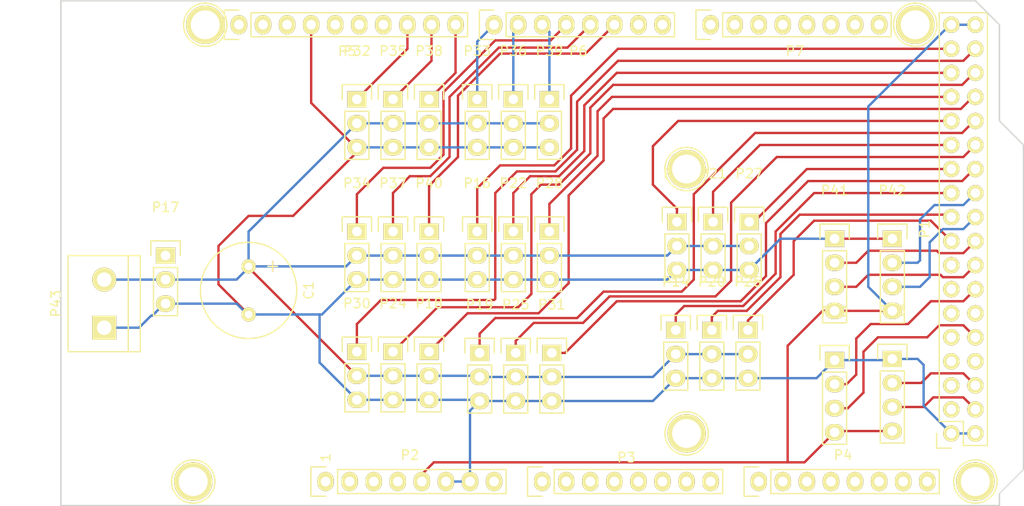
<source format=kicad_pcb>
(kicad_pcb (version 4) (host pcbnew 4.0.0-rc2-stable)

  (general
    (links 99)
    (no_connects 1)
    (area 96.952999 66.693 205.053001 122.895)
    (thickness 1.6)
    (drawings 18)
    (tracks 312)
    (zones 0)
    (modules 44)
    (nets 89)
  )

  (page A4)
  (title_block
    (title "Arduino Mega Servo and Ultrasonic sensor Shield")
    (date "mar. 31 mars 2015")
    (rev 1)
    (company "UAF CS 480")
    (comment 1 11/12/2015)
    (comment 2 "Designed By Bryant Klug")
  )

  (layers
    (0 F.Cu signal)
    (31 B.Cu signal)
    (32 B.Adhes user)
    (33 F.Adhes user)
    (34 B.Paste user)
    (35 F.Paste user)
    (36 B.SilkS user)
    (37 F.SilkS user)
    (38 B.Mask user)
    (39 F.Mask user)
    (40 Dwgs.User user)
    (41 Cmts.User user)
    (42 Eco1.User user)
    (43 Eco2.User user)
    (44 Edge.Cuts user)
    (45 Margin user)
    (46 B.CrtYd user)
    (47 F.CrtYd user)
    (48 B.Fab user)
    (49 F.Fab user)
  )

  (setup
    (last_trace_width 0.25)
    (trace_clearance 0.2)
    (zone_clearance 0.508)
    (zone_45_only no)
    (trace_min 0.2)
    (segment_width 0.15)
    (edge_width 0.15)
    (via_size 0.6)
    (via_drill 0.4)
    (via_min_size 0.4)
    (via_min_drill 0.3)
    (uvia_size 0.3)
    (uvia_drill 0.1)
    (uvias_allowed no)
    (uvia_min_size 0.2)
    (uvia_min_drill 0.1)
    (pcb_text_width 0.3)
    (pcb_text_size 1.5 1.5)
    (mod_edge_width 0.15)
    (mod_text_size 1 1)
    (mod_text_width 0.15)
    (pad_size 4.064 4.064)
    (pad_drill 3.048)
    (pad_to_mask_clearance 0)
    (aux_axis_origin 103.378 121.666)
    (visible_elements 7FFFFFDF)
    (pcbplotparams
      (layerselection 0x00030_80000001)
      (usegerberextensions false)
      (excludeedgelayer true)
      (linewidth 0.100000)
      (plotframeref false)
      (viasonmask false)
      (mode 1)
      (useauxorigin false)
      (hpglpennumber 1)
      (hpglpenspeed 20)
      (hpglpendiameter 15)
      (hpglpenoverlay 2)
      (psnegative false)
      (psa4output false)
      (plotreference true)
      (plotvalue true)
      (plotinvisibletext false)
      (padsonsilk false)
      (subtractmaskfromsilk false)
      (outputformat 1)
      (mirror false)
      (drillshape 0)
      (scaleselection 1)
      (outputdirectory ""))
  )

  (net 0 "")
  (net 1 GND)
  (net 2 "/52(SCK)")
  (net 3 "/53(SS)")
  (net 4 "/50(MISO)")
  (net 5 "/51(MOSI)")
  (net 6 /48)
  (net 7 /49)
  (net 8 /47)
  (net 9 /42)
  (net 10 /43)
  (net 11 /40)
  (net 12 /41)
  (net 13 /38)
  (net 14 /39)
  (net 15 /36)
  (net 16 /37)
  (net 17 /34)
  (net 18 /35)
  (net 19 /32)
  (net 20 /33)
  (net 21 /30)
  (net 22 /31)
  (net 23 /28)
  (net 24 /29)
  (net 25 /26)
  (net 26 /27)
  (net 27 /24)
  (net 28 /25)
  (net 29 /22)
  (net 30 /23)
  (net 31 +5V)
  (net 32 /IOREF)
  (net 33 /Reset)
  (net 34 /Vin)
  (net 35 /A0)
  (net 36 /A1)
  (net 37 /A2)
  (net 38 /A3)
  (net 39 /A4)
  (net 40 /A5)
  (net 41 /A6)
  (net 42 /A7)
  (net 43 /A8)
  (net 44 /A9)
  (net 45 /A10)
  (net 46 /A11)
  (net 47 /A12)
  (net 48 /A13)
  (net 49 /A14)
  (net 50 /A15)
  (net 51 /SCL)
  (net 52 /SDA)
  (net 53 /AREF)
  (net 54 "/13(**)")
  (net 55 "/10(**)")
  (net 56 "/9(**)")
  (net 57 "/8(**)")
  (net 58 "/7(**)")
  (net 59 "/6(**)")
  (net 60 "/5(**)")
  (net 61 "/4(**)")
  (net 62 "/3(**)")
  (net 63 "/2(**)")
  (net 64 "/20(SDA)")
  (net 65 "/21(SCL)")
  (net 66 "Net-(P8-Pad1)")
  (net 67 "Net-(P9-Pad1)")
  (net 68 "Net-(P10-Pad1)")
  (net 69 "Net-(P11-Pad1)")
  (net 70 "Net-(P12-Pad1)")
  (net 71 "Net-(P13-Pad1)")
  (net 72 "Net-(P2-Pad1)")
  (net 73 +3V3)
  (net 74 "/1(Tx0)")
  (net 75 "/0(Rx0)")
  (net 76 "/14(Tx3)")
  (net 77 "/15(Rx3)")
  (net 78 "/16(Tx2)")
  (net 79 "/17(Rx2)")
  (net 80 "/18(Tx1)")
  (net 81 "/19(Rx1)")
  (net 82 +6V)
  (net 83 "Net-(P1-Pad9)")
  (net 84 "Net-(P1-Pad11)")
  (net 85 "Net-(P1-Pad12)")
  (net 86 "Net-(P5-Pad6)")
  (net 87 "Net-(P5-Pad7)")
  (net 88 "Net-(P17-Pad1)")

  (net_class Default "This is the default net class."
    (clearance 0.2)
    (trace_width 0.25)
    (via_dia 0.6)
    (via_drill 0.4)
    (uvia_dia 0.3)
    (uvia_drill 0.1)
    (add_net +3V3)
    (add_net +5V)
    (add_net +6V)
    (add_net "/0(Rx0)")
    (add_net "/1(Tx0)")
    (add_net "/10(**)")
    (add_net "/13(**)")
    (add_net "/14(Tx3)")
    (add_net "/15(Rx3)")
    (add_net "/16(Tx2)")
    (add_net "/17(Rx2)")
    (add_net "/18(Tx1)")
    (add_net "/19(Rx1)")
    (add_net "/2(**)")
    (add_net "/20(SDA)")
    (add_net "/21(SCL)")
    (add_net /22)
    (add_net /23)
    (add_net /24)
    (add_net /25)
    (add_net /26)
    (add_net /27)
    (add_net /28)
    (add_net /29)
    (add_net "/3(**)")
    (add_net /30)
    (add_net /31)
    (add_net /32)
    (add_net /33)
    (add_net /34)
    (add_net /35)
    (add_net /36)
    (add_net /37)
    (add_net /38)
    (add_net /39)
    (add_net "/4(**)")
    (add_net /40)
    (add_net /41)
    (add_net /42)
    (add_net /43)
    (add_net /47)
    (add_net /48)
    (add_net /49)
    (add_net "/5(**)")
    (add_net "/50(MISO)")
    (add_net "/51(MOSI)")
    (add_net "/52(SCK)")
    (add_net "/53(SS)")
    (add_net "/6(**)")
    (add_net "/7(**)")
    (add_net "/8(**)")
    (add_net "/9(**)")
    (add_net /A0)
    (add_net /A1)
    (add_net /A10)
    (add_net /A11)
    (add_net /A12)
    (add_net /A13)
    (add_net /A14)
    (add_net /A15)
    (add_net /A2)
    (add_net /A3)
    (add_net /A4)
    (add_net /A5)
    (add_net /A6)
    (add_net /A7)
    (add_net /A8)
    (add_net /A9)
    (add_net /AREF)
    (add_net /IOREF)
    (add_net /Reset)
    (add_net /SCL)
    (add_net /SDA)
    (add_net /Vin)
    (add_net GND)
    (add_net "Net-(P1-Pad11)")
    (add_net "Net-(P1-Pad12)")
    (add_net "Net-(P1-Pad9)")
    (add_net "Net-(P10-Pad1)")
    (add_net "Net-(P11-Pad1)")
    (add_net "Net-(P12-Pad1)")
    (add_net "Net-(P13-Pad1)")
    (add_net "Net-(P17-Pad1)")
    (add_net "Net-(P2-Pad1)")
    (add_net "Net-(P5-Pad6)")
    (add_net "Net-(P5-Pad7)")
    (add_net "Net-(P8-Pad1)")
    (add_net "Net-(P9-Pad1)")
  )

  (module Socket_Arduino_Mega:Socket_Strip_Arduino_2x18 locked (layer F.Cu) (tedit 55216789) (tstamp 551AFCE5)
    (at 197.358 114.046 90)
    (descr "Through hole socket strip")
    (tags "socket strip")
    (path /5519A11D)
    (fp_text reference P1 (at 21.59 -2.794 90) (layer F.SilkS)
      (effects (font (size 1 1) (thickness 0.15)))
    )
    (fp_text value Digital (at 21.59 -4.572 90) (layer F.Fab)
      (effects (font (size 1 1) (thickness 0.15)))
    )
    (fp_line (start -1.75 -1.75) (end -1.75 4.3) (layer F.CrtYd) (width 0.05))
    (fp_line (start 44.95 -1.75) (end 44.95 4.3) (layer F.CrtYd) (width 0.05))
    (fp_line (start -1.75 -1.75) (end 44.95 -1.75) (layer F.CrtYd) (width 0.05))
    (fp_line (start -1.75 4.3) (end 44.95 4.3) (layer F.CrtYd) (width 0.05))
    (fp_line (start -1.27 3.81) (end 44.45 3.81) (layer F.SilkS) (width 0.15))
    (fp_line (start 44.45 -1.27) (end 1.27 -1.27) (layer F.SilkS) (width 0.15))
    (fp_line (start 44.45 3.81) (end 44.45 -1.27) (layer F.SilkS) (width 0.15))
    (fp_line (start -1.27 3.81) (end -1.27 1.27) (layer F.SilkS) (width 0.15))
    (fp_line (start 0 -1.55) (end -1.55 -1.55) (layer F.SilkS) (width 0.15))
    (fp_line (start -1.27 1.27) (end 1.27 1.27) (layer F.SilkS) (width 0.15))
    (fp_line (start 1.27 1.27) (end 1.27 -1.27) (layer F.SilkS) (width 0.15))
    (fp_line (start -1.55 -1.55) (end -1.55 0) (layer F.SilkS) (width 0.15))
    (pad 1 thru_hole circle (at 0 0 90) (size 1.7272 1.7272) (drill 1.016) (layers *.Cu *.Mask F.SilkS)
      (net 1 GND))
    (pad 2 thru_hole oval (at 0 2.54 90) (size 1.7272 1.7272) (drill 1.016) (layers *.Cu *.Mask F.SilkS)
      (net 1 GND))
    (pad 3 thru_hole oval (at 2.54 0 90) (size 1.7272 1.7272) (drill 1.016) (layers *.Cu *.Mask F.SilkS)
      (net 2 "/52(SCK)"))
    (pad 4 thru_hole oval (at 2.54 2.54 90) (size 1.7272 1.7272) (drill 1.016) (layers *.Cu *.Mask F.SilkS)
      (net 3 "/53(SS)"))
    (pad 5 thru_hole oval (at 5.08 0 90) (size 1.7272 1.7272) (drill 1.016) (layers *.Cu *.Mask F.SilkS)
      (net 4 "/50(MISO)"))
    (pad 6 thru_hole oval (at 5.08 2.54 90) (size 1.7272 1.7272) (drill 1.016) (layers *.Cu *.Mask F.SilkS)
      (net 5 "/51(MOSI)"))
    (pad 7 thru_hole oval (at 7.62 0 90) (size 1.7272 1.7272) (drill 1.016) (layers *.Cu *.Mask F.SilkS)
      (net 6 /48))
    (pad 8 thru_hole oval (at 7.62 2.54 90) (size 1.7272 1.7272) (drill 1.016) (layers *.Cu *.Mask F.SilkS)
      (net 7 /49))
    (pad 9 thru_hole oval (at 10.16 0 90) (size 1.7272 1.7272) (drill 1.016) (layers *.Cu *.Mask F.SilkS)
      (net 83 "Net-(P1-Pad9)"))
    (pad 10 thru_hole oval (at 10.16 2.54 90) (size 1.7272 1.7272) (drill 1.016) (layers *.Cu *.Mask F.SilkS)
      (net 8 /47))
    (pad 11 thru_hole oval (at 12.7 0 90) (size 1.7272 1.7272) (drill 1.016) (layers *.Cu *.Mask F.SilkS)
      (net 84 "Net-(P1-Pad11)"))
    (pad 12 thru_hole oval (at 12.7 2.54 90) (size 1.7272 1.7272) (drill 1.016) (layers *.Cu *.Mask F.SilkS)
      (net 85 "Net-(P1-Pad12)"))
    (pad 13 thru_hole oval (at 15.24 0 90) (size 1.7272 1.7272) (drill 1.016) (layers *.Cu *.Mask F.SilkS)
      (net 9 /42))
    (pad 14 thru_hole oval (at 15.24 2.54 90) (size 1.7272 1.7272) (drill 1.016) (layers *.Cu *.Mask F.SilkS)
      (net 10 /43))
    (pad 15 thru_hole oval (at 17.78 0 90) (size 1.7272 1.7272) (drill 1.016) (layers *.Cu *.Mask F.SilkS)
      (net 11 /40))
    (pad 16 thru_hole oval (at 17.78 2.54 90) (size 1.7272 1.7272) (drill 1.016) (layers *.Cu *.Mask F.SilkS)
      (net 12 /41))
    (pad 17 thru_hole oval (at 20.32 0 90) (size 1.7272 1.7272) (drill 1.016) (layers *.Cu *.Mask F.SilkS)
      (net 13 /38))
    (pad 18 thru_hole oval (at 20.32 2.54 90) (size 1.7272 1.7272) (drill 1.016) (layers *.Cu *.Mask F.SilkS)
      (net 14 /39))
    (pad 19 thru_hole oval (at 22.86 0 90) (size 1.7272 1.7272) (drill 1.016) (layers *.Cu *.Mask F.SilkS)
      (net 15 /36))
    (pad 20 thru_hole oval (at 22.86 2.54 90) (size 1.7272 1.7272) (drill 1.016) (layers *.Cu *.Mask F.SilkS)
      (net 16 /37))
    (pad 21 thru_hole oval (at 25.4 0 90) (size 1.7272 1.7272) (drill 1.016) (layers *.Cu *.Mask F.SilkS)
      (net 17 /34))
    (pad 22 thru_hole oval (at 25.4 2.54 90) (size 1.7272 1.7272) (drill 1.016) (layers *.Cu *.Mask F.SilkS)
      (net 18 /35))
    (pad 23 thru_hole oval (at 27.94 0 90) (size 1.7272 1.7272) (drill 1.016) (layers *.Cu *.Mask F.SilkS)
      (net 19 /32))
    (pad 24 thru_hole oval (at 27.94 2.54 90) (size 1.7272 1.7272) (drill 1.016) (layers *.Cu *.Mask F.SilkS)
      (net 20 /33))
    (pad 25 thru_hole oval (at 30.48 0 90) (size 1.7272 1.7272) (drill 1.016) (layers *.Cu *.Mask F.SilkS)
      (net 21 /30))
    (pad 26 thru_hole oval (at 30.48 2.54 90) (size 1.7272 1.7272) (drill 1.016) (layers *.Cu *.Mask F.SilkS)
      (net 22 /31))
    (pad 27 thru_hole oval (at 33.02 0 90) (size 1.7272 1.7272) (drill 1.016) (layers *.Cu *.Mask F.SilkS)
      (net 23 /28))
    (pad 28 thru_hole oval (at 33.02 2.54 90) (size 1.7272 1.7272) (drill 1.016) (layers *.Cu *.Mask F.SilkS)
      (net 24 /29))
    (pad 29 thru_hole oval (at 35.56 0 90) (size 1.7272 1.7272) (drill 1.016) (layers *.Cu *.Mask F.SilkS)
      (net 25 /26))
    (pad 30 thru_hole oval (at 35.56 2.54 90) (size 1.7272 1.7272) (drill 1.016) (layers *.Cu *.Mask F.SilkS)
      (net 26 /27))
    (pad 31 thru_hole oval (at 38.1 0 90) (size 1.7272 1.7272) (drill 1.016) (layers *.Cu *.Mask F.SilkS)
      (net 27 /24))
    (pad 32 thru_hole oval (at 38.1 2.54 90) (size 1.7272 1.7272) (drill 1.016) (layers *.Cu *.Mask F.SilkS)
      (net 28 /25))
    (pad 33 thru_hole oval (at 40.64 0 90) (size 1.7272 1.7272) (drill 1.016) (layers *.Cu *.Mask F.SilkS)
      (net 29 /22))
    (pad 34 thru_hole oval (at 40.64 2.54 90) (size 1.7272 1.7272) (drill 1.016) (layers *.Cu *.Mask F.SilkS)
      (net 30 /23))
    (pad 35 thru_hole oval (at 43.18 0 90) (size 1.7272 1.7272) (drill 1.016) (layers *.Cu *.Mask F.SilkS)
      (net 31 +5V))
    (pad 36 thru_hole oval (at 43.18 2.54 90) (size 1.7272 1.7272) (drill 1.016) (layers *.Cu *.Mask F.SilkS)
      (net 31 +5V))
    (model ${KIPRJMOD}/Socket_Arduino_Mega.3dshapes/Socket_header_Arduino_2x18.wrl
      (at (xyz 0.85 -0.05 0))
      (scale (xyz 1 1 1))
      (rotate (xyz 0 0 180))
    )
  )

  (module Socket_Arduino_Mega:Socket_Strip_Arduino_1x08 locked (layer F.Cu) (tedit 55216755) (tstamp 551AFCFC)
    (at 131.318 119.126)
    (descr "Through hole socket strip")
    (tags "socket strip")
    (path /5519888A)
    (fp_text reference P2 (at 8.89 -2.794) (layer F.SilkS)
      (effects (font (size 1 1) (thickness 0.15)))
    )
    (fp_text value Power (at 8.89 -4.318) (layer F.Fab)
      (effects (font (size 1 1) (thickness 0.15)))
    )
    (fp_line (start -1.75 -1.75) (end -1.75 1.75) (layer F.CrtYd) (width 0.05))
    (fp_line (start 19.55 -1.75) (end 19.55 1.75) (layer F.CrtYd) (width 0.05))
    (fp_line (start -1.75 -1.75) (end 19.55 -1.75) (layer F.CrtYd) (width 0.05))
    (fp_line (start -1.75 1.75) (end 19.55 1.75) (layer F.CrtYd) (width 0.05))
    (fp_line (start 1.27 1.27) (end 19.05 1.27) (layer F.SilkS) (width 0.15))
    (fp_line (start 19.05 1.27) (end 19.05 -1.27) (layer F.SilkS) (width 0.15))
    (fp_line (start 19.05 -1.27) (end 1.27 -1.27) (layer F.SilkS) (width 0.15))
    (fp_line (start -1.55 1.55) (end 0 1.55) (layer F.SilkS) (width 0.15))
    (fp_line (start 1.27 1.27) (end 1.27 -1.27) (layer F.SilkS) (width 0.15))
    (fp_line (start 0 -1.55) (end -1.55 -1.55) (layer F.SilkS) (width 0.15))
    (fp_line (start -1.55 -1.55) (end -1.55 1.55) (layer F.SilkS) (width 0.15))
    (pad 1 thru_hole oval (at 0 0) (size 1.7272 2.032) (drill 1.016) (layers *.Cu *.Mask F.SilkS)
      (net 72 "Net-(P2-Pad1)"))
    (pad 2 thru_hole oval (at 2.54 0) (size 1.7272 2.032) (drill 1.016) (layers *.Cu *.Mask F.SilkS)
      (net 32 /IOREF))
    (pad 3 thru_hole oval (at 5.08 0) (size 1.7272 2.032) (drill 1.016) (layers *.Cu *.Mask F.SilkS)
      (net 33 /Reset))
    (pad 4 thru_hole oval (at 7.62 0) (size 1.7272 2.032) (drill 1.016) (layers *.Cu *.Mask F.SilkS)
      (net 73 +3V3))
    (pad 5 thru_hole oval (at 10.16 0) (size 1.7272 2.032) (drill 1.016) (layers *.Cu *.Mask F.SilkS)
      (net 31 +5V))
    (pad 6 thru_hole oval (at 12.7 0) (size 1.7272 2.032) (drill 1.016) (layers *.Cu *.Mask F.SilkS)
      (net 1 GND))
    (pad 7 thru_hole oval (at 15.24 0) (size 1.7272 2.032) (drill 1.016) (layers *.Cu *.Mask F.SilkS)
      (net 1 GND))
    (pad 8 thru_hole oval (at 17.78 0) (size 1.7272 2.032) (drill 1.016) (layers *.Cu *.Mask F.SilkS)
      (net 34 /Vin))
    (model ${KIPRJMOD}/Socket_Arduino_Mega.3dshapes/Socket_header_Arduino_1x08.wrl
      (at (xyz 0.35 0 0))
      (scale (xyz 1 1 1))
      (rotate (xyz 0 0 180))
    )
  )

  (module Socket_Arduino_Mega:Socket_Strip_Arduino_1x08 locked (layer F.Cu) (tedit 5521677D) (tstamp 551AFD13)
    (at 154.178 119.126)
    (descr "Through hole socket strip")
    (tags "socket strip")
    (path /5519891B)
    (fp_text reference P3 (at 8.89 -2.54) (layer F.SilkS)
      (effects (font (size 1 1) (thickness 0.15)))
    )
    (fp_text value Analog (at 8.89 -4.318) (layer F.Fab)
      (effects (font (size 1 1) (thickness 0.15)))
    )
    (fp_line (start -1.75 -1.75) (end -1.75 1.75) (layer F.CrtYd) (width 0.05))
    (fp_line (start 19.55 -1.75) (end 19.55 1.75) (layer F.CrtYd) (width 0.05))
    (fp_line (start -1.75 -1.75) (end 19.55 -1.75) (layer F.CrtYd) (width 0.05))
    (fp_line (start -1.75 1.75) (end 19.55 1.75) (layer F.CrtYd) (width 0.05))
    (fp_line (start 1.27 1.27) (end 19.05 1.27) (layer F.SilkS) (width 0.15))
    (fp_line (start 19.05 1.27) (end 19.05 -1.27) (layer F.SilkS) (width 0.15))
    (fp_line (start 19.05 -1.27) (end 1.27 -1.27) (layer F.SilkS) (width 0.15))
    (fp_line (start -1.55 1.55) (end 0 1.55) (layer F.SilkS) (width 0.15))
    (fp_line (start 1.27 1.27) (end 1.27 -1.27) (layer F.SilkS) (width 0.15))
    (fp_line (start 0 -1.55) (end -1.55 -1.55) (layer F.SilkS) (width 0.15))
    (fp_line (start -1.55 -1.55) (end -1.55 1.55) (layer F.SilkS) (width 0.15))
    (pad 1 thru_hole oval (at 0 0) (size 1.7272 2.032) (drill 1.016) (layers *.Cu *.Mask F.SilkS)
      (net 35 /A0))
    (pad 2 thru_hole oval (at 2.54 0) (size 1.7272 2.032) (drill 1.016) (layers *.Cu *.Mask F.SilkS)
      (net 36 /A1))
    (pad 3 thru_hole oval (at 5.08 0) (size 1.7272 2.032) (drill 1.016) (layers *.Cu *.Mask F.SilkS)
      (net 37 /A2))
    (pad 4 thru_hole oval (at 7.62 0) (size 1.7272 2.032) (drill 1.016) (layers *.Cu *.Mask F.SilkS)
      (net 38 /A3))
    (pad 5 thru_hole oval (at 10.16 0) (size 1.7272 2.032) (drill 1.016) (layers *.Cu *.Mask F.SilkS)
      (net 39 /A4))
    (pad 6 thru_hole oval (at 12.7 0) (size 1.7272 2.032) (drill 1.016) (layers *.Cu *.Mask F.SilkS)
      (net 40 /A5))
    (pad 7 thru_hole oval (at 15.24 0) (size 1.7272 2.032) (drill 1.016) (layers *.Cu *.Mask F.SilkS)
      (net 41 /A6))
    (pad 8 thru_hole oval (at 17.78 0) (size 1.7272 2.032) (drill 1.016) (layers *.Cu *.Mask F.SilkS)
      (net 42 /A7))
    (model ${KIPRJMOD}/Socket_Arduino_Mega.3dshapes/Socket_header_Arduino_1x08.wrl
      (at (xyz 0.35 0 0))
      (scale (xyz 1 1 1))
      (rotate (xyz 0 0 180))
    )
  )

  (module Socket_Arduino_Mega:Socket_Strip_Arduino_1x08 locked (layer F.Cu) (tedit 55216772) (tstamp 551AFD2A)
    (at 177.038 119.126)
    (descr "Through hole socket strip")
    (tags "socket strip")
    (path /551989CF)
    (fp_text reference P4 (at 8.89 -2.794) (layer F.SilkS)
      (effects (font (size 1 1) (thickness 0.15)))
    )
    (fp_text value Analog (at 8.89 -4.318) (layer F.Fab)
      (effects (font (size 1 1) (thickness 0.15)))
    )
    (fp_line (start -1.75 -1.75) (end -1.75 1.75) (layer F.CrtYd) (width 0.05))
    (fp_line (start 19.55 -1.75) (end 19.55 1.75) (layer F.CrtYd) (width 0.05))
    (fp_line (start -1.75 -1.75) (end 19.55 -1.75) (layer F.CrtYd) (width 0.05))
    (fp_line (start -1.75 1.75) (end 19.55 1.75) (layer F.CrtYd) (width 0.05))
    (fp_line (start 1.27 1.27) (end 19.05 1.27) (layer F.SilkS) (width 0.15))
    (fp_line (start 19.05 1.27) (end 19.05 -1.27) (layer F.SilkS) (width 0.15))
    (fp_line (start 19.05 -1.27) (end 1.27 -1.27) (layer F.SilkS) (width 0.15))
    (fp_line (start -1.55 1.55) (end 0 1.55) (layer F.SilkS) (width 0.15))
    (fp_line (start 1.27 1.27) (end 1.27 -1.27) (layer F.SilkS) (width 0.15))
    (fp_line (start 0 -1.55) (end -1.55 -1.55) (layer F.SilkS) (width 0.15))
    (fp_line (start -1.55 -1.55) (end -1.55 1.55) (layer F.SilkS) (width 0.15))
    (pad 1 thru_hole oval (at 0 0) (size 1.7272 2.032) (drill 1.016) (layers *.Cu *.Mask F.SilkS)
      (net 43 /A8))
    (pad 2 thru_hole oval (at 2.54 0) (size 1.7272 2.032) (drill 1.016) (layers *.Cu *.Mask F.SilkS)
      (net 44 /A9))
    (pad 3 thru_hole oval (at 5.08 0) (size 1.7272 2.032) (drill 1.016) (layers *.Cu *.Mask F.SilkS)
      (net 45 /A10))
    (pad 4 thru_hole oval (at 7.62 0) (size 1.7272 2.032) (drill 1.016) (layers *.Cu *.Mask F.SilkS)
      (net 46 /A11))
    (pad 5 thru_hole oval (at 10.16 0) (size 1.7272 2.032) (drill 1.016) (layers *.Cu *.Mask F.SilkS)
      (net 47 /A12))
    (pad 6 thru_hole oval (at 12.7 0) (size 1.7272 2.032) (drill 1.016) (layers *.Cu *.Mask F.SilkS)
      (net 48 /A13))
    (pad 7 thru_hole oval (at 15.24 0) (size 1.7272 2.032) (drill 1.016) (layers *.Cu *.Mask F.SilkS)
      (net 49 /A14))
    (pad 8 thru_hole oval (at 17.78 0) (size 1.7272 2.032) (drill 1.016) (layers *.Cu *.Mask F.SilkS)
      (net 50 /A15))
    (model ${KIPRJMOD}/Socket_Arduino_Mega.3dshapes/Socket_header_Arduino_1x08.wrl
      (at (xyz 0.35 0 0))
      (scale (xyz 1 1 1))
      (rotate (xyz 0 0 180))
    )
  )

  (module Socket_Arduino_Mega:Socket_Strip_Arduino_1x10 locked (layer F.Cu) (tedit 551AFC9C) (tstamp 551AFD43)
    (at 122.174 70.866)
    (descr "Through hole socket strip")
    (tags "socket strip")
    (path /55198BE2)
    (fp_text reference P5 (at 11.43 2.794) (layer F.SilkS)
      (effects (font (size 1 1) (thickness 0.15)))
    )
    (fp_text value PWM (at 11.43 4.318) (layer F.Fab)
      (effects (font (size 1 1) (thickness 0.15)))
    )
    (fp_line (start -1.75 -1.75) (end -1.75 1.75) (layer F.CrtYd) (width 0.05))
    (fp_line (start 24.65 -1.75) (end 24.65 1.75) (layer F.CrtYd) (width 0.05))
    (fp_line (start -1.75 -1.75) (end 24.65 -1.75) (layer F.CrtYd) (width 0.05))
    (fp_line (start -1.75 1.75) (end 24.65 1.75) (layer F.CrtYd) (width 0.05))
    (fp_line (start 1.27 1.27) (end 24.13 1.27) (layer F.SilkS) (width 0.15))
    (fp_line (start 24.13 1.27) (end 24.13 -1.27) (layer F.SilkS) (width 0.15))
    (fp_line (start 24.13 -1.27) (end 1.27 -1.27) (layer F.SilkS) (width 0.15))
    (fp_line (start -1.55 1.55) (end 0 1.55) (layer F.SilkS) (width 0.15))
    (fp_line (start 1.27 1.27) (end 1.27 -1.27) (layer F.SilkS) (width 0.15))
    (fp_line (start 0 -1.55) (end -1.55 -1.55) (layer F.SilkS) (width 0.15))
    (fp_line (start -1.55 -1.55) (end -1.55 1.55) (layer F.SilkS) (width 0.15))
    (pad 1 thru_hole oval (at 0 0) (size 1.7272 2.032) (drill 1.016) (layers *.Cu *.Mask F.SilkS)
      (net 51 /SCL))
    (pad 2 thru_hole oval (at 2.54 0) (size 1.7272 2.032) (drill 1.016) (layers *.Cu *.Mask F.SilkS)
      (net 52 /SDA))
    (pad 3 thru_hole oval (at 5.08 0) (size 1.7272 2.032) (drill 1.016) (layers *.Cu *.Mask F.SilkS)
      (net 53 /AREF))
    (pad 4 thru_hole oval (at 7.62 0) (size 1.7272 2.032) (drill 1.016) (layers *.Cu *.Mask F.SilkS)
      (net 1 GND))
    (pad 5 thru_hole oval (at 10.16 0) (size 1.7272 2.032) (drill 1.016) (layers *.Cu *.Mask F.SilkS)
      (net 54 "/13(**)"))
    (pad 6 thru_hole oval (at 12.7 0) (size 1.7272 2.032) (drill 1.016) (layers *.Cu *.Mask F.SilkS)
      (net 86 "Net-(P5-Pad6)"))
    (pad 7 thru_hole oval (at 15.24 0) (size 1.7272 2.032) (drill 1.016) (layers *.Cu *.Mask F.SilkS)
      (net 87 "Net-(P5-Pad7)"))
    (pad 8 thru_hole oval (at 17.78 0) (size 1.7272 2.032) (drill 1.016) (layers *.Cu *.Mask F.SilkS)
      (net 55 "/10(**)"))
    (pad 9 thru_hole oval (at 20.32 0) (size 1.7272 2.032) (drill 1.016) (layers *.Cu *.Mask F.SilkS)
      (net 56 "/9(**)"))
    (pad 10 thru_hole oval (at 22.86 0) (size 1.7272 2.032) (drill 1.016) (layers *.Cu *.Mask F.SilkS)
      (net 57 "/8(**)"))
    (model ${KIPRJMOD}/Socket_Arduino_Mega.3dshapes/Socket_header_Arduino_1x10.wrl
      (at (xyz 0.45 0 0))
      (scale (xyz 1 1 1))
      (rotate (xyz 0 0 180))
    )
  )

  (module Socket_Arduino_Mega:Socket_Strip_Arduino_1x08 locked (layer F.Cu) (tedit 551AFC7F) (tstamp 551AFD5A)
    (at 149.098 70.866)
    (descr "Through hole socket strip")
    (tags "socket strip")
    (path /55198A32)
    (fp_text reference P6 (at 8.89 2.794) (layer F.SilkS)
      (effects (font (size 1 1) (thickness 0.15)))
    )
    (fp_text value PWM (at 8.89 4.318) (layer F.Fab)
      (effects (font (size 1 1) (thickness 0.15)))
    )
    (fp_line (start -1.75 -1.75) (end -1.75 1.75) (layer F.CrtYd) (width 0.05))
    (fp_line (start 19.55 -1.75) (end 19.55 1.75) (layer F.CrtYd) (width 0.05))
    (fp_line (start -1.75 -1.75) (end 19.55 -1.75) (layer F.CrtYd) (width 0.05))
    (fp_line (start -1.75 1.75) (end 19.55 1.75) (layer F.CrtYd) (width 0.05))
    (fp_line (start 1.27 1.27) (end 19.05 1.27) (layer F.SilkS) (width 0.15))
    (fp_line (start 19.05 1.27) (end 19.05 -1.27) (layer F.SilkS) (width 0.15))
    (fp_line (start 19.05 -1.27) (end 1.27 -1.27) (layer F.SilkS) (width 0.15))
    (fp_line (start -1.55 1.55) (end 0 1.55) (layer F.SilkS) (width 0.15))
    (fp_line (start 1.27 1.27) (end 1.27 -1.27) (layer F.SilkS) (width 0.15))
    (fp_line (start 0 -1.55) (end -1.55 -1.55) (layer F.SilkS) (width 0.15))
    (fp_line (start -1.55 -1.55) (end -1.55 1.55) (layer F.SilkS) (width 0.15))
    (pad 1 thru_hole oval (at 0 0) (size 1.7272 2.032) (drill 1.016) (layers *.Cu *.Mask F.SilkS)
      (net 58 "/7(**)"))
    (pad 2 thru_hole oval (at 2.54 0) (size 1.7272 2.032) (drill 1.016) (layers *.Cu *.Mask F.SilkS)
      (net 59 "/6(**)"))
    (pad 3 thru_hole oval (at 5.08 0) (size 1.7272 2.032) (drill 1.016) (layers *.Cu *.Mask F.SilkS)
      (net 60 "/5(**)"))
    (pad 4 thru_hole oval (at 7.62 0) (size 1.7272 2.032) (drill 1.016) (layers *.Cu *.Mask F.SilkS)
      (net 61 "/4(**)"))
    (pad 5 thru_hole oval (at 10.16 0) (size 1.7272 2.032) (drill 1.016) (layers *.Cu *.Mask F.SilkS)
      (net 62 "/3(**)"))
    (pad 6 thru_hole oval (at 12.7 0) (size 1.7272 2.032) (drill 1.016) (layers *.Cu *.Mask F.SilkS)
      (net 63 "/2(**)"))
    (pad 7 thru_hole oval (at 15.24 0) (size 1.7272 2.032) (drill 1.016) (layers *.Cu *.Mask F.SilkS)
      (net 74 "/1(Tx0)"))
    (pad 8 thru_hole oval (at 17.78 0) (size 1.7272 2.032) (drill 1.016) (layers *.Cu *.Mask F.SilkS)
      (net 75 "/0(Rx0)"))
    (model ${KIPRJMOD}/Socket_Arduino_Mega.3dshapes/Socket_header_Arduino_1x08.wrl
      (at (xyz 0.35 0 0))
      (scale (xyz 1 1 1))
      (rotate (xyz 0 0 180))
    )
  )

  (module Socket_Arduino_Mega:Socket_Strip_Arduino_1x08 locked (layer F.Cu) (tedit 551AFC73) (tstamp 551AFD71)
    (at 171.958 70.866)
    (descr "Through hole socket strip")
    (tags "socket strip")
    (path /55198B76)
    (fp_text reference P7 (at 8.89 2.794) (layer F.SilkS)
      (effects (font (size 1 1) (thickness 0.15)))
    )
    (fp_text value Communication (at 8.89 4.064) (layer F.Fab)
      (effects (font (size 1 1) (thickness 0.15)))
    )
    (fp_line (start -1.75 -1.75) (end -1.75 1.75) (layer F.CrtYd) (width 0.05))
    (fp_line (start 19.55 -1.75) (end 19.55 1.75) (layer F.CrtYd) (width 0.05))
    (fp_line (start -1.75 -1.75) (end 19.55 -1.75) (layer F.CrtYd) (width 0.05))
    (fp_line (start -1.75 1.75) (end 19.55 1.75) (layer F.CrtYd) (width 0.05))
    (fp_line (start 1.27 1.27) (end 19.05 1.27) (layer F.SilkS) (width 0.15))
    (fp_line (start 19.05 1.27) (end 19.05 -1.27) (layer F.SilkS) (width 0.15))
    (fp_line (start 19.05 -1.27) (end 1.27 -1.27) (layer F.SilkS) (width 0.15))
    (fp_line (start -1.55 1.55) (end 0 1.55) (layer F.SilkS) (width 0.15))
    (fp_line (start 1.27 1.27) (end 1.27 -1.27) (layer F.SilkS) (width 0.15))
    (fp_line (start 0 -1.55) (end -1.55 -1.55) (layer F.SilkS) (width 0.15))
    (fp_line (start -1.55 -1.55) (end -1.55 1.55) (layer F.SilkS) (width 0.15))
    (pad 1 thru_hole oval (at 0 0) (size 1.7272 2.032) (drill 1.016) (layers *.Cu *.Mask F.SilkS)
      (net 76 "/14(Tx3)"))
    (pad 2 thru_hole oval (at 2.54 0) (size 1.7272 2.032) (drill 1.016) (layers *.Cu *.Mask F.SilkS)
      (net 77 "/15(Rx3)"))
    (pad 3 thru_hole oval (at 5.08 0) (size 1.7272 2.032) (drill 1.016) (layers *.Cu *.Mask F.SilkS)
      (net 78 "/16(Tx2)"))
    (pad 4 thru_hole oval (at 7.62 0) (size 1.7272 2.032) (drill 1.016) (layers *.Cu *.Mask F.SilkS)
      (net 79 "/17(Rx2)"))
    (pad 5 thru_hole oval (at 10.16 0) (size 1.7272 2.032) (drill 1.016) (layers *.Cu *.Mask F.SilkS)
      (net 80 "/18(Tx1)"))
    (pad 6 thru_hole oval (at 12.7 0) (size 1.7272 2.032) (drill 1.016) (layers *.Cu *.Mask F.SilkS)
      (net 81 "/19(Rx1)"))
    (pad 7 thru_hole oval (at 15.24 0) (size 1.7272 2.032) (drill 1.016) (layers *.Cu *.Mask F.SilkS)
      (net 64 "/20(SDA)"))
    (pad 8 thru_hole oval (at 17.78 0) (size 1.7272 2.032) (drill 1.016) (layers *.Cu *.Mask F.SilkS)
      (net 65 "/21(SCL)"))
    (model ${KIPRJMOD}/Socket_Arduino_Mega.3dshapes/Socket_header_Arduino_1x08.wrl
      (at (xyz 0.35 0 0))
      (scale (xyz 1 1 1))
      (rotate (xyz 0 0 180))
    )
  )

  (module Socket_Arduino_Mega:Arduino_1pin locked (layer F.Cu) (tedit 5524FDA7) (tstamp 5524FE07)
    (at 117.348 119.126)
    (descr "module 1 pin (ou trou mecanique de percage)")
    (tags DEV)
    (path /551BBA20)
    (fp_text reference P8 (at 0 -3.048) (layer F.SilkS) hide
      (effects (font (size 1 1) (thickness 0.15)))
    )
    (fp_text value CONN_1 (at 0 2.794) (layer F.Fab) hide
      (effects (font (size 1 1) (thickness 0.15)))
    )
    (fp_circle (center 0 0) (end 0 -2.286) (layer F.SilkS) (width 0.15))
    (pad 1 thru_hole circle (at 0 0) (size 4.064 4.064) (drill 3.048) (layers *.Cu *.Mask F.SilkS)
      (net 66 "Net-(P8-Pad1)"))
  )

  (module Socket_Arduino_Mega:Arduino_1pin locked (layer F.Cu) (tedit 5524FDB2) (tstamp 5524FE0C)
    (at 169.418 114.046)
    (descr "module 1 pin (ou trou mecanique de percage)")
    (tags DEV)
    (path /551BBB85)
    (fp_text reference P9 (at 0 -3.048) (layer F.SilkS) hide
      (effects (font (size 1 1) (thickness 0.15)))
    )
    (fp_text value CONN_1 (at 0 2.794) (layer F.Fab) hide
      (effects (font (size 1 1) (thickness 0.15)))
    )
    (fp_circle (center 0 0) (end 0 -2.286) (layer F.SilkS) (width 0.15))
    (pad 1 thru_hole circle (at 0 0) (size 4.064 4.064) (drill 3.048) (layers *.Cu *.Mask F.SilkS)
      (net 67 "Net-(P9-Pad1)"))
  )

  (module Socket_Arduino_Mega:Arduino_1pin locked (layer F.Cu) (tedit 5524FDBB) (tstamp 5524FE11)
    (at 199.898 119.126)
    (descr "module 1 pin (ou trou mecanique de percage)")
    (tags DEV)
    (path /551BBBAB)
    (fp_text reference P10 (at 0 -3.048) (layer F.SilkS) hide
      (effects (font (size 1 1) (thickness 0.15)))
    )
    (fp_text value CONN_1 (at 0 2.794) (layer F.Fab) hide
      (effects (font (size 1 1) (thickness 0.15)))
    )
    (fp_circle (center 0 0) (end 0 -2.286) (layer F.SilkS) (width 0.15))
    (pad 1 thru_hole circle (at 0 0) (size 4.064 4.064) (drill 3.048) (layers *.Cu *.Mask F.SilkS)
      (net 68 "Net-(P10-Pad1)"))
  )

  (module Socket_Arduino_Mega:Arduino_1pin locked (layer F.Cu) (tedit 5524FDD2) (tstamp 5524FE16)
    (at 118.618 70.866)
    (descr "module 1 pin (ou trou mecanique de percage)")
    (tags DEV)
    (path /551BBBD7)
    (fp_text reference P11 (at 0 -3.048) (layer F.SilkS) hide
      (effects (font (size 1 1) (thickness 0.15)))
    )
    (fp_text value CONN_1 (at 0 2.794) (layer F.Fab) hide
      (effects (font (size 1 1) (thickness 0.15)))
    )
    (fp_circle (center 0 0) (end 0 -2.286) (layer F.SilkS) (width 0.15))
    (pad 1 thru_hole circle (at 0 0) (size 4.064 4.064) (drill 3.048) (layers *.Cu *.Mask F.SilkS)
      (net 69 "Net-(P11-Pad1)"))
  )

  (module Socket_Arduino_Mega:Arduino_1pin locked (layer F.Cu) (tedit 5524FDCA) (tstamp 5524FE1B)
    (at 169.418 86.106)
    (descr "module 1 pin (ou trou mecanique de percage)")
    (tags DEV)
    (path /551BBC10)
    (fp_text reference P12 (at 0 -3.048) (layer F.SilkS) hide
      (effects (font (size 1 1) (thickness 0.15)))
    )
    (fp_text value CONN_1 (at 0 2.794) (layer F.Fab) hide
      (effects (font (size 1 1) (thickness 0.15)))
    )
    (fp_circle (center 0 0) (end 0 -2.286) (layer F.SilkS) (width 0.15))
    (pad 1 thru_hole circle (at 0 0) (size 4.064 4.064) (drill 3.048) (layers *.Cu *.Mask F.SilkS)
      (net 70 "Net-(P12-Pad1)"))
  )

  (module Socket_Arduino_Mega:Arduino_1pin locked (layer F.Cu) (tedit 5524FDC4) (tstamp 5524FE20)
    (at 193.548 70.866)
    (descr "module 1 pin (ou trou mecanique de percage)")
    (tags DEV)
    (path /551BBC3C)
    (fp_text reference P13 (at 0 -3.048) (layer F.SilkS) hide
      (effects (font (size 1 1) (thickness 0.15)))
    )
    (fp_text value CONN_1 (at 0 2.794) (layer F.Fab) hide
      (effects (font (size 1 1) (thickness 0.15)))
    )
    (fp_circle (center 0 0) (end 0 -2.286) (layer F.SilkS) (width 0.15))
    (pad 1 thru_hole circle (at 0 0) (size 4.064 4.064) (drill 3.048) (layers *.Cu *.Mask F.SilkS)
      (net 71 "Net-(P13-Pad1)"))
  )

  (module Capacitors_Elko_ThroughHole:Elko_vert_20x10mm_RM5 (layer F.Cu) (tedit 5454A3C5) (tstamp 56450C67)
    (at 123.19 96.393 270)
    (descr "Electrolytic Capacitor, vertical, diameter 10mm, RM 5mm, radial,")
    (tags "Electrolytic Capacitor, vertical, diameter 10mm, RM 5mm, Elko, Electrolytkondensator, Kondensator gepolt, Durchmesser 10mm, radial,")
    (path /564489AB)
    (fp_text reference C1 (at 2.54 -6.35 270) (layer F.SilkS)
      (effects (font (size 1 1) (thickness 0.15)))
    )
    (fp_text value CP1 (at 2.54 6.35 270) (layer F.Fab)
      (effects (font (size 1 1) (thickness 0.15)))
    )
    (fp_line (start 0 -3.048) (end 0 -2.032) (layer F.SilkS) (width 0.15))
    (fp_line (start -0.508 -2.54) (end 0.508 -2.54) (layer F.SilkS) (width 0.15))
    (fp_line (start -0.508 -2.54) (end 0.508 -2.54) (layer F.Cu) (width 0.15))
    (fp_line (start 0 -3.048) (end 0 -2.032) (layer F.Cu) (width 0.15))
    (fp_circle (center 2.54 0) (end 7.62 0) (layer F.SilkS) (width 0.15))
    (pad 2 thru_hole circle (at 5.08 0 270) (size 1.50114 1.50114) (drill 0.8001) (layers *.Cu *.Mask F.SilkS)
      (net 1 GND))
    (pad 1 thru_hole circle (at 0 0 270) (size 1.50114 1.50114) (drill 0.8001) (layers *.Cu *.Mask F.SilkS)
      (net 82 +6V))
    (model Capacitors_Elko_ThroughHole.3dshapes/Elko_vert_20x10mm_RM5.wrl
      (at (xyz 0 0 0))
      (scale (xyz 1 1 1))
      (rotate (xyz 0 0 0))
    )
  )

  (module Pin_Headers:Pin_Header_Straight_1x04 (layer F.Cu) (tedit 0) (tstamp 56450C6F)
    (at 185.039 93.472)
    (descr "Through hole pin header")
    (tags "pin header")
    (path /5645B2D1)
    (fp_text reference P41 (at 0 -5.1) (layer F.SilkS)
      (effects (font (size 1 1) (thickness 0.15)))
    )
    (fp_text value CONN_01X04 (at 0 -3.1) (layer F.Fab)
      (effects (font (size 1 1) (thickness 0.15)))
    )
    (fp_line (start -1.75 -1.75) (end -1.75 9.4) (layer F.CrtYd) (width 0.05))
    (fp_line (start 1.75 -1.75) (end 1.75 9.4) (layer F.CrtYd) (width 0.05))
    (fp_line (start -1.75 -1.75) (end 1.75 -1.75) (layer F.CrtYd) (width 0.05))
    (fp_line (start -1.75 9.4) (end 1.75 9.4) (layer F.CrtYd) (width 0.05))
    (fp_line (start -1.27 1.27) (end -1.27 8.89) (layer F.SilkS) (width 0.15))
    (fp_line (start 1.27 1.27) (end 1.27 8.89) (layer F.SilkS) (width 0.15))
    (fp_line (start 1.55 -1.55) (end 1.55 0) (layer F.SilkS) (width 0.15))
    (fp_line (start -1.27 8.89) (end 1.27 8.89) (layer F.SilkS) (width 0.15))
    (fp_line (start 1.27 1.27) (end -1.27 1.27) (layer F.SilkS) (width 0.15))
    (fp_line (start -1.55 0) (end -1.55 -1.55) (layer F.SilkS) (width 0.15))
    (fp_line (start -1.55 -1.55) (end 1.55 -1.55) (layer F.SilkS) (width 0.15))
    (pad 1 thru_hole rect (at 0 0) (size 2.032 1.7272) (drill 1.016) (layers *.Cu *.Mask F.SilkS)
      (net 1 GND))
    (pad 2 thru_hole oval (at 0 2.54) (size 2.032 1.7272) (drill 1.016) (layers *.Cu *.Mask F.SilkS)
      (net 14 /39))
    (pad 3 thru_hole oval (at 0 5.08) (size 2.032 1.7272) (drill 1.016) (layers *.Cu *.Mask F.SilkS)
      (net 12 /41))
    (pad 4 thru_hole oval (at 0 7.62) (size 2.032 1.7272) (drill 1.016) (layers *.Cu *.Mask F.SilkS)
      (net 31 +5V))
    (model Pin_Headers.3dshapes/Pin_Header_Straight_1x04.wrl
      (at (xyz 0 -0.15 0))
      (scale (xyz 1 1 1))
      (rotate (xyz 0 0 90))
    )
  )

  (module Pin_Headers:Pin_Header_Straight_1x04 (layer F.Cu) (tedit 0) (tstamp 56450C77)
    (at 191.135 93.472)
    (descr "Through hole pin header")
    (tags "pin header")
    (path /5645B445)
    (fp_text reference P42 (at 0 -5.1) (layer F.SilkS)
      (effects (font (size 1 1) (thickness 0.15)))
    )
    (fp_text value CONN_01X04 (at 0 -3.1) (layer F.Fab)
      (effects (font (size 1 1) (thickness 0.15)))
    )
    (fp_line (start -1.75 -1.75) (end -1.75 9.4) (layer F.CrtYd) (width 0.05))
    (fp_line (start 1.75 -1.75) (end 1.75 9.4) (layer F.CrtYd) (width 0.05))
    (fp_line (start -1.75 -1.75) (end 1.75 -1.75) (layer F.CrtYd) (width 0.05))
    (fp_line (start -1.75 9.4) (end 1.75 9.4) (layer F.CrtYd) (width 0.05))
    (fp_line (start -1.27 1.27) (end -1.27 8.89) (layer F.SilkS) (width 0.15))
    (fp_line (start 1.27 1.27) (end 1.27 8.89) (layer F.SilkS) (width 0.15))
    (fp_line (start 1.55 -1.55) (end 1.55 0) (layer F.SilkS) (width 0.15))
    (fp_line (start -1.27 8.89) (end 1.27 8.89) (layer F.SilkS) (width 0.15))
    (fp_line (start 1.27 1.27) (end -1.27 1.27) (layer F.SilkS) (width 0.15))
    (fp_line (start -1.55 0) (end -1.55 -1.55) (layer F.SilkS) (width 0.15))
    (fp_line (start -1.55 -1.55) (end 1.55 -1.55) (layer F.SilkS) (width 0.15))
    (pad 1 thru_hole rect (at 0 0) (size 2.032 1.7272) (drill 1.016) (layers *.Cu *.Mask F.SilkS)
      (net 1 GND))
    (pad 2 thru_hole oval (at 0 2.54) (size 2.032 1.7272) (drill 1.016) (layers *.Cu *.Mask F.SilkS)
      (net 18 /35))
    (pad 3 thru_hole oval (at 0 5.08) (size 2.032 1.7272) (drill 1.016) (layers *.Cu *.Mask F.SilkS)
      (net 16 /37))
    (pad 4 thru_hole oval (at 0 7.62) (size 2.032 1.7272) (drill 1.016) (layers *.Cu *.Mask F.SilkS)
      (net 31 +5V))
    (model Pin_Headers.3dshapes/Pin_Header_Straight_1x04.wrl
      (at (xyz 0 -0.15 0))
      (scale (xyz 1 1 1))
      (rotate (xyz 0 0 90))
    )
  )

  (module Connect:bornier2 (layer F.Cu) (tedit 0) (tstamp 56450C7D)
    (at 107.95 100.33 90)
    (descr "Bornier d'alimentation 2 pins")
    (tags DEV)
    (path /5645FC4A)
    (fp_text reference P43 (at 0 -5.08 90) (layer F.SilkS)
      (effects (font (size 1 1) (thickness 0.15)))
    )
    (fp_text value CONN_01X02 (at 0 5.08 90) (layer F.Fab)
      (effects (font (size 1 1) (thickness 0.15)))
    )
    (fp_line (start 5.08 2.54) (end -5.08 2.54) (layer F.SilkS) (width 0.15))
    (fp_line (start 5.08 3.81) (end 5.08 -3.81) (layer F.SilkS) (width 0.15))
    (fp_line (start 5.08 -3.81) (end -5.08 -3.81) (layer F.SilkS) (width 0.15))
    (fp_line (start -5.08 -3.81) (end -5.08 3.81) (layer F.SilkS) (width 0.15))
    (fp_line (start -5.08 3.81) (end 5.08 3.81) (layer F.SilkS) (width 0.15))
    (pad 1 thru_hole rect (at -2.54 0 90) (size 2.54 2.54) (drill 1.524) (layers *.Cu *.Mask F.SilkS)
      (net 1 GND))
    (pad 2 thru_hole circle (at 2.54 0 90) (size 2.54 2.54) (drill 1.524) (layers *.Cu *.Mask F.SilkS)
      (net 82 +6V))
    (model Connect.3dshapes/bornier2.wrl
      (at (xyz 0 0 0))
      (scale (xyz 1 1 1))
      (rotate (xyz 0 0 0))
    )
  )

  (module Pin_Headers:Pin_Header_Straight_1x03 (layer F.Cu) (tedit 0) (tstamp 56451C75)
    (at 168.275 103.124)
    (descr "Through hole pin header")
    (tags "pin header")
    (path /56409B98)
    (fp_text reference P14 (at 0 -5.1) (layer F.SilkS)
      (effects (font (size 1 1) (thickness 0.15)))
    )
    (fp_text value CONN_01X03 (at 0 -3.1) (layer F.Fab)
      (effects (font (size 1 1) (thickness 0.15)))
    )
    (fp_line (start -1.75 -1.75) (end -1.75 6.85) (layer F.CrtYd) (width 0.05))
    (fp_line (start 1.75 -1.75) (end 1.75 6.85) (layer F.CrtYd) (width 0.05))
    (fp_line (start -1.75 -1.75) (end 1.75 -1.75) (layer F.CrtYd) (width 0.05))
    (fp_line (start -1.75 6.85) (end 1.75 6.85) (layer F.CrtYd) (width 0.05))
    (fp_line (start -1.27 1.27) (end -1.27 6.35) (layer F.SilkS) (width 0.15))
    (fp_line (start -1.27 6.35) (end 1.27 6.35) (layer F.SilkS) (width 0.15))
    (fp_line (start 1.27 6.35) (end 1.27 1.27) (layer F.SilkS) (width 0.15))
    (fp_line (start 1.55 -1.55) (end 1.55 0) (layer F.SilkS) (width 0.15))
    (fp_line (start 1.27 1.27) (end -1.27 1.27) (layer F.SilkS) (width 0.15))
    (fp_line (start -1.55 0) (end -1.55 -1.55) (layer F.SilkS) (width 0.15))
    (fp_line (start -1.55 -1.55) (end 1.55 -1.55) (layer F.SilkS) (width 0.15))
    (pad 1 thru_hole rect (at 0 0) (size 2.032 1.7272) (drill 1.016) (layers *.Cu *.Mask F.SilkS)
      (net 17 /34))
    (pad 2 thru_hole oval (at 0 2.54) (size 2.032 1.7272) (drill 1.016) (layers *.Cu *.Mask F.SilkS)
      (net 82 +6V))
    (pad 3 thru_hole oval (at 0 5.08) (size 2.032 1.7272) (drill 1.016) (layers *.Cu *.Mask F.SilkS)
      (net 1 GND))
    (model Pin_Headers.3dshapes/Pin_Header_Straight_1x03.wrl
      (at (xyz 0 -0.1 0))
      (scale (xyz 1 1 1))
      (rotate (xyz 0 0 90))
    )
  )

  (module Pin_Headers:Pin_Header_Straight_1x03 (layer F.Cu) (tedit 0) (tstamp 56451C7C)
    (at 168.402 91.694)
    (descr "Through hole pin header")
    (tags "pin header")
    (path /5640C936)
    (fp_text reference P15 (at 0 -5.1) (layer F.SilkS)
      (effects (font (size 1 1) (thickness 0.15)))
    )
    (fp_text value CONN_01X03 (at 0 -3.1) (layer F.Fab)
      (effects (font (size 1 1) (thickness 0.15)))
    )
    (fp_line (start -1.75 -1.75) (end -1.75 6.85) (layer F.CrtYd) (width 0.05))
    (fp_line (start 1.75 -1.75) (end 1.75 6.85) (layer F.CrtYd) (width 0.05))
    (fp_line (start -1.75 -1.75) (end 1.75 -1.75) (layer F.CrtYd) (width 0.05))
    (fp_line (start -1.75 6.85) (end 1.75 6.85) (layer F.CrtYd) (width 0.05))
    (fp_line (start -1.27 1.27) (end -1.27 6.35) (layer F.SilkS) (width 0.15))
    (fp_line (start -1.27 6.35) (end 1.27 6.35) (layer F.SilkS) (width 0.15))
    (fp_line (start 1.27 6.35) (end 1.27 1.27) (layer F.SilkS) (width 0.15))
    (fp_line (start 1.55 -1.55) (end 1.55 0) (layer F.SilkS) (width 0.15))
    (fp_line (start 1.27 1.27) (end -1.27 1.27) (layer F.SilkS) (width 0.15))
    (fp_line (start -1.55 0) (end -1.55 -1.55) (layer F.SilkS) (width 0.15))
    (fp_line (start -1.55 -1.55) (end 1.55 -1.55) (layer F.SilkS) (width 0.15))
    (pad 1 thru_hole rect (at 0 0) (size 2.032 1.7272) (drill 1.016) (layers *.Cu *.Mask F.SilkS)
      (net 23 /28))
    (pad 2 thru_hole oval (at 0 2.54) (size 2.032 1.7272) (drill 1.016) (layers *.Cu *.Mask F.SilkS)
      (net 82 +6V))
    (pad 3 thru_hole oval (at 0 5.08) (size 2.032 1.7272) (drill 1.016) (layers *.Cu *.Mask F.SilkS)
      (net 1 GND))
    (model Pin_Headers.3dshapes/Pin_Header_Straight_1x03.wrl
      (at (xyz 0 -0.1 0))
      (scale (xyz 1 1 1))
      (rotate (xyz 0 0 90))
    )
  )

  (module Pin_Headers:Pin_Header_Straight_1x03 (layer F.Cu) (tedit 0) (tstamp 56451C83)
    (at 147.32 92.71)
    (descr "Through hole pin header")
    (tags "pin header")
    (path /5640CC01)
    (fp_text reference P16 (at 0 -5.1) (layer F.SilkS)
      (effects (font (size 1 1) (thickness 0.15)))
    )
    (fp_text value CONN_01X03 (at 0 -3.1) (layer F.Fab)
      (effects (font (size 1 1) (thickness 0.15)))
    )
    (fp_line (start -1.75 -1.75) (end -1.75 6.85) (layer F.CrtYd) (width 0.05))
    (fp_line (start 1.75 -1.75) (end 1.75 6.85) (layer F.CrtYd) (width 0.05))
    (fp_line (start -1.75 -1.75) (end 1.75 -1.75) (layer F.CrtYd) (width 0.05))
    (fp_line (start -1.75 6.85) (end 1.75 6.85) (layer F.CrtYd) (width 0.05))
    (fp_line (start -1.27 1.27) (end -1.27 6.35) (layer F.SilkS) (width 0.15))
    (fp_line (start -1.27 6.35) (end 1.27 6.35) (layer F.SilkS) (width 0.15))
    (fp_line (start 1.27 6.35) (end 1.27 1.27) (layer F.SilkS) (width 0.15))
    (fp_line (start 1.55 -1.55) (end 1.55 0) (layer F.SilkS) (width 0.15))
    (fp_line (start 1.27 1.27) (end -1.27 1.27) (layer F.SilkS) (width 0.15))
    (fp_line (start -1.55 0) (end -1.55 -1.55) (layer F.SilkS) (width 0.15))
    (fp_line (start -1.55 -1.55) (end 1.55 -1.55) (layer F.SilkS) (width 0.15))
    (pad 1 thru_hole rect (at 0 0) (size 2.032 1.7272) (drill 1.016) (layers *.Cu *.Mask F.SilkS)
      (net 29 /22))
    (pad 2 thru_hole oval (at 0 2.54) (size 2.032 1.7272) (drill 1.016) (layers *.Cu *.Mask F.SilkS)
      (net 82 +6V))
    (pad 3 thru_hole oval (at 0 5.08) (size 2.032 1.7272) (drill 1.016) (layers *.Cu *.Mask F.SilkS)
      (net 1 GND))
    (model Pin_Headers.3dshapes/Pin_Header_Straight_1x03.wrl
      (at (xyz 0 -0.1 0))
      (scale (xyz 1 1 1))
      (rotate (xyz 0 0 90))
    )
  )

  (module Pin_Headers:Pin_Header_Straight_1x03 (layer F.Cu) (tedit 0) (tstamp 56451C8A)
    (at 114.427 95.25)
    (descr "Through hole pin header")
    (tags "pin header")
    (path /5644818B)
    (fp_text reference P17 (at 0 -5.1) (layer F.SilkS)
      (effects (font (size 1 1) (thickness 0.15)))
    )
    (fp_text value CONN_01X03 (at 0 -3.1) (layer F.Fab)
      (effects (font (size 1 1) (thickness 0.15)))
    )
    (fp_line (start -1.75 -1.75) (end -1.75 6.85) (layer F.CrtYd) (width 0.05))
    (fp_line (start 1.75 -1.75) (end 1.75 6.85) (layer F.CrtYd) (width 0.05))
    (fp_line (start -1.75 -1.75) (end 1.75 -1.75) (layer F.CrtYd) (width 0.05))
    (fp_line (start -1.75 6.85) (end 1.75 6.85) (layer F.CrtYd) (width 0.05))
    (fp_line (start -1.27 1.27) (end -1.27 6.35) (layer F.SilkS) (width 0.15))
    (fp_line (start -1.27 6.35) (end 1.27 6.35) (layer F.SilkS) (width 0.15))
    (fp_line (start 1.27 6.35) (end 1.27 1.27) (layer F.SilkS) (width 0.15))
    (fp_line (start 1.55 -1.55) (end 1.55 0) (layer F.SilkS) (width 0.15))
    (fp_line (start 1.27 1.27) (end -1.27 1.27) (layer F.SilkS) (width 0.15))
    (fp_line (start -1.55 0) (end -1.55 -1.55) (layer F.SilkS) (width 0.15))
    (fp_line (start -1.55 -1.55) (end 1.55 -1.55) (layer F.SilkS) (width 0.15))
    (pad 1 thru_hole rect (at 0 0) (size 2.032 1.7272) (drill 1.016) (layers *.Cu *.Mask F.SilkS)
      (net 88 "Net-(P17-Pad1)"))
    (pad 2 thru_hole oval (at 0 2.54) (size 2.032 1.7272) (drill 1.016) (layers *.Cu *.Mask F.SilkS)
      (net 82 +6V))
    (pad 3 thru_hole oval (at 0 5.08) (size 2.032 1.7272) (drill 1.016) (layers *.Cu *.Mask F.SilkS)
      (net 1 GND))
    (model Pin_Headers.3dshapes/Pin_Header_Straight_1x03.wrl
      (at (xyz 0 -0.1 0))
      (scale (xyz 1 1 1))
      (rotate (xyz 0 0 90))
    )
  )

  (module Pin_Headers:Pin_Header_Straight_1x03 (layer F.Cu) (tedit 0) (tstamp 56451C91)
    (at 142.24 105.41)
    (descr "Through hole pin header")
    (tags "pin header")
    (path /5640C9AE)
    (fp_text reference P18 (at 0 -5.1) (layer F.SilkS)
      (effects (font (size 1 1) (thickness 0.15)))
    )
    (fp_text value CONN_01X03 (at 0 -3.1) (layer F.Fab)
      (effects (font (size 1 1) (thickness 0.15)))
    )
    (fp_line (start -1.75 -1.75) (end -1.75 6.85) (layer F.CrtYd) (width 0.05))
    (fp_line (start 1.75 -1.75) (end 1.75 6.85) (layer F.CrtYd) (width 0.05))
    (fp_line (start -1.75 -1.75) (end 1.75 -1.75) (layer F.CrtYd) (width 0.05))
    (fp_line (start -1.75 6.85) (end 1.75 6.85) (layer F.CrtYd) (width 0.05))
    (fp_line (start -1.27 1.27) (end -1.27 6.35) (layer F.SilkS) (width 0.15))
    (fp_line (start -1.27 6.35) (end 1.27 6.35) (layer F.SilkS) (width 0.15))
    (fp_line (start 1.27 6.35) (end 1.27 1.27) (layer F.SilkS) (width 0.15))
    (fp_line (start 1.55 -1.55) (end 1.55 0) (layer F.SilkS) (width 0.15))
    (fp_line (start 1.27 1.27) (end -1.27 1.27) (layer F.SilkS) (width 0.15))
    (fp_line (start -1.55 0) (end -1.55 -1.55) (layer F.SilkS) (width 0.15))
    (fp_line (start -1.55 -1.55) (end 1.55 -1.55) (layer F.SilkS) (width 0.15))
    (pad 1 thru_hole rect (at 0 0) (size 2.032 1.7272) (drill 1.016) (layers *.Cu *.Mask F.SilkS)
      (net 26 /27))
    (pad 2 thru_hole oval (at 0 2.54) (size 2.032 1.7272) (drill 1.016) (layers *.Cu *.Mask F.SilkS)
      (net 82 +6V))
    (pad 3 thru_hole oval (at 0 5.08) (size 2.032 1.7272) (drill 1.016) (layers *.Cu *.Mask F.SilkS)
      (net 1 GND))
    (model Pin_Headers.3dshapes/Pin_Header_Straight_1x03.wrl
      (at (xyz 0 -0.1 0))
      (scale (xyz 1 1 1))
      (rotate (xyz 0 0 90))
    )
  )

  (module Pin_Headers:Pin_Header_Straight_1x03 (layer F.Cu) (tedit 0) (tstamp 56451C98)
    (at 147.574 105.537)
    (descr "Through hole pin header")
    (tags "pin header")
    (path /5640CC79)
    (fp_text reference P19 (at 0 -5.1) (layer F.SilkS)
      (effects (font (size 1 1) (thickness 0.15)))
    )
    (fp_text value CONN_01X03 (at 0 -3.1) (layer F.Fab)
      (effects (font (size 1 1) (thickness 0.15)))
    )
    (fp_line (start -1.75 -1.75) (end -1.75 6.85) (layer F.CrtYd) (width 0.05))
    (fp_line (start 1.75 -1.75) (end 1.75 6.85) (layer F.CrtYd) (width 0.05))
    (fp_line (start -1.75 -1.75) (end 1.75 -1.75) (layer F.CrtYd) (width 0.05))
    (fp_line (start -1.75 6.85) (end 1.75 6.85) (layer F.CrtYd) (width 0.05))
    (fp_line (start -1.27 1.27) (end -1.27 6.35) (layer F.SilkS) (width 0.15))
    (fp_line (start -1.27 6.35) (end 1.27 6.35) (layer F.SilkS) (width 0.15))
    (fp_line (start 1.27 6.35) (end 1.27 1.27) (layer F.SilkS) (width 0.15))
    (fp_line (start 1.55 -1.55) (end 1.55 0) (layer F.SilkS) (width 0.15))
    (fp_line (start 1.27 1.27) (end -1.27 1.27) (layer F.SilkS) (width 0.15))
    (fp_line (start -1.55 0) (end -1.55 -1.55) (layer F.SilkS) (width 0.15))
    (fp_line (start -1.55 -1.55) (end 1.55 -1.55) (layer F.SilkS) (width 0.15))
    (pad 1 thru_hole rect (at 0 0) (size 2.032 1.7272) (drill 1.016) (layers *.Cu *.Mask F.SilkS)
      (net 24 /29))
    (pad 2 thru_hole oval (at 0 2.54) (size 2.032 1.7272) (drill 1.016) (layers *.Cu *.Mask F.SilkS)
      (net 82 +6V))
    (pad 3 thru_hole oval (at 0 5.08) (size 2.032 1.7272) (drill 1.016) (layers *.Cu *.Mask F.SilkS)
      (net 1 GND))
    (model Pin_Headers.3dshapes/Pin_Header_Straight_1x03.wrl
      (at (xyz 0 -0.1 0))
      (scale (xyz 1 1 1))
      (rotate (xyz 0 0 90))
    )
  )

  (module Pin_Headers:Pin_Header_Straight_1x03 (layer F.Cu) (tedit 0) (tstamp 56451C9F)
    (at 172.085 103.124)
    (descr "Through hole pin header")
    (tags "pin header")
    (path /5640BD28)
    (fp_text reference P20 (at 0 -5.1) (layer F.SilkS)
      (effects (font (size 1 1) (thickness 0.15)))
    )
    (fp_text value CONN_01X03 (at 0 -3.1) (layer F.Fab)
      (effects (font (size 1 1) (thickness 0.15)))
    )
    (fp_line (start -1.75 -1.75) (end -1.75 6.85) (layer F.CrtYd) (width 0.05))
    (fp_line (start 1.75 -1.75) (end 1.75 6.85) (layer F.CrtYd) (width 0.05))
    (fp_line (start -1.75 -1.75) (end 1.75 -1.75) (layer F.CrtYd) (width 0.05))
    (fp_line (start -1.75 6.85) (end 1.75 6.85) (layer F.CrtYd) (width 0.05))
    (fp_line (start -1.27 1.27) (end -1.27 6.35) (layer F.SilkS) (width 0.15))
    (fp_line (start -1.27 6.35) (end 1.27 6.35) (layer F.SilkS) (width 0.15))
    (fp_line (start 1.27 6.35) (end 1.27 1.27) (layer F.SilkS) (width 0.15))
    (fp_line (start 1.55 -1.55) (end 1.55 0) (layer F.SilkS) (width 0.15))
    (fp_line (start 1.27 1.27) (end -1.27 1.27) (layer F.SilkS) (width 0.15))
    (fp_line (start -1.55 0) (end -1.55 -1.55) (layer F.SilkS) (width 0.15))
    (fp_line (start -1.55 -1.55) (end 1.55 -1.55) (layer F.SilkS) (width 0.15))
    (pad 1 thru_hole rect (at 0 0) (size 2.032 1.7272) (drill 1.016) (layers *.Cu *.Mask F.SilkS)
      (net 15 /36))
    (pad 2 thru_hole oval (at 0 2.54) (size 2.032 1.7272) (drill 1.016) (layers *.Cu *.Mask F.SilkS)
      (net 82 +6V))
    (pad 3 thru_hole oval (at 0 5.08) (size 2.032 1.7272) (drill 1.016) (layers *.Cu *.Mask F.SilkS)
      (net 1 GND))
    (model Pin_Headers.3dshapes/Pin_Header_Straight_1x03.wrl
      (at (xyz 0 -0.1 0))
      (scale (xyz 1 1 1))
      (rotate (xyz 0 0 90))
    )
  )

  (module Pin_Headers:Pin_Header_Straight_1x03 (layer F.Cu) (tedit 0) (tstamp 56451CA6)
    (at 172.212 91.694)
    (descr "Through hole pin header")
    (tags "pin header")
    (path /5640C94A)
    (fp_text reference P21 (at 0 -5.1) (layer F.SilkS)
      (effects (font (size 1 1) (thickness 0.15)))
    )
    (fp_text value CONN_01X03 (at 0 -3.1) (layer F.Fab)
      (effects (font (size 1 1) (thickness 0.15)))
    )
    (fp_line (start -1.75 -1.75) (end -1.75 6.85) (layer F.CrtYd) (width 0.05))
    (fp_line (start 1.75 -1.75) (end 1.75 6.85) (layer F.CrtYd) (width 0.05))
    (fp_line (start -1.75 -1.75) (end 1.75 -1.75) (layer F.CrtYd) (width 0.05))
    (fp_line (start -1.75 6.85) (end 1.75 6.85) (layer F.CrtYd) (width 0.05))
    (fp_line (start -1.27 1.27) (end -1.27 6.35) (layer F.SilkS) (width 0.15))
    (fp_line (start -1.27 6.35) (end 1.27 6.35) (layer F.SilkS) (width 0.15))
    (fp_line (start 1.27 6.35) (end 1.27 1.27) (layer F.SilkS) (width 0.15))
    (fp_line (start 1.55 -1.55) (end 1.55 0) (layer F.SilkS) (width 0.15))
    (fp_line (start 1.27 1.27) (end -1.27 1.27) (layer F.SilkS) (width 0.15))
    (fp_line (start -1.55 0) (end -1.55 -1.55) (layer F.SilkS) (width 0.15))
    (fp_line (start -1.55 -1.55) (end 1.55 -1.55) (layer F.SilkS) (width 0.15))
    (pad 1 thru_hole rect (at 0 0) (size 2.032 1.7272) (drill 1.016) (layers *.Cu *.Mask F.SilkS)
      (net 21 /30))
    (pad 2 thru_hole oval (at 0 2.54) (size 2.032 1.7272) (drill 1.016) (layers *.Cu *.Mask F.SilkS)
      (net 82 +6V))
    (pad 3 thru_hole oval (at 0 5.08) (size 2.032 1.7272) (drill 1.016) (layers *.Cu *.Mask F.SilkS)
      (net 1 GND))
    (model Pin_Headers.3dshapes/Pin_Header_Straight_1x03.wrl
      (at (xyz 0 -0.1 0))
      (scale (xyz 1 1 1))
      (rotate (xyz 0 0 90))
    )
  )

  (module Pin_Headers:Pin_Header_Straight_1x03 (layer F.Cu) (tedit 0) (tstamp 56451CAD)
    (at 151.13 92.71)
    (descr "Through hole pin header")
    (tags "pin header")
    (path /5640CC15)
    (fp_text reference P22 (at 0 -5.1) (layer F.SilkS)
      (effects (font (size 1 1) (thickness 0.15)))
    )
    (fp_text value CONN_01X03 (at 0 -3.1) (layer F.Fab)
      (effects (font (size 1 1) (thickness 0.15)))
    )
    (fp_line (start -1.75 -1.75) (end -1.75 6.85) (layer F.CrtYd) (width 0.05))
    (fp_line (start 1.75 -1.75) (end 1.75 6.85) (layer F.CrtYd) (width 0.05))
    (fp_line (start -1.75 -1.75) (end 1.75 -1.75) (layer F.CrtYd) (width 0.05))
    (fp_line (start -1.75 6.85) (end 1.75 6.85) (layer F.CrtYd) (width 0.05))
    (fp_line (start -1.27 1.27) (end -1.27 6.35) (layer F.SilkS) (width 0.15))
    (fp_line (start -1.27 6.35) (end 1.27 6.35) (layer F.SilkS) (width 0.15))
    (fp_line (start 1.27 6.35) (end 1.27 1.27) (layer F.SilkS) (width 0.15))
    (fp_line (start 1.55 -1.55) (end 1.55 0) (layer F.SilkS) (width 0.15))
    (fp_line (start 1.27 1.27) (end -1.27 1.27) (layer F.SilkS) (width 0.15))
    (fp_line (start -1.55 0) (end -1.55 -1.55) (layer F.SilkS) (width 0.15))
    (fp_line (start -1.55 -1.55) (end 1.55 -1.55) (layer F.SilkS) (width 0.15))
    (pad 1 thru_hole rect (at 0 0) (size 2.032 1.7272) (drill 1.016) (layers *.Cu *.Mask F.SilkS)
      (net 27 /24))
    (pad 2 thru_hole oval (at 0 2.54) (size 2.032 1.7272) (drill 1.016) (layers *.Cu *.Mask F.SilkS)
      (net 82 +6V))
    (pad 3 thru_hole oval (at 0 5.08) (size 2.032 1.7272) (drill 1.016) (layers *.Cu *.Mask F.SilkS)
      (net 1 GND))
    (model Pin_Headers.3dshapes/Pin_Header_Straight_1x03.wrl
      (at (xyz 0 -0.1 0))
      (scale (xyz 1 1 1))
      (rotate (xyz 0 0 90))
    )
  )

  (module Pin_Headers:Pin_Header_Straight_1x04 (layer F.Cu) (tedit 0) (tstamp 56451CB5)
    (at 191.135 106.172)
    (descr "Through hole pin header")
    (tags "pin header")
    (path /5645B0D9)
    (fp_text reference P23 (at 0 -5.1) (layer F.SilkS)
      (effects (font (size 1 1) (thickness 0.15)))
    )
    (fp_text value CONN_01X04 (at 0 -3.1) (layer F.Fab)
      (effects (font (size 1 1) (thickness 0.15)))
    )
    (fp_line (start -1.75 -1.75) (end -1.75 9.4) (layer F.CrtYd) (width 0.05))
    (fp_line (start 1.75 -1.75) (end 1.75 9.4) (layer F.CrtYd) (width 0.05))
    (fp_line (start -1.75 -1.75) (end 1.75 -1.75) (layer F.CrtYd) (width 0.05))
    (fp_line (start -1.75 9.4) (end 1.75 9.4) (layer F.CrtYd) (width 0.05))
    (fp_line (start -1.27 1.27) (end -1.27 8.89) (layer F.SilkS) (width 0.15))
    (fp_line (start 1.27 1.27) (end 1.27 8.89) (layer F.SilkS) (width 0.15))
    (fp_line (start 1.55 -1.55) (end 1.55 0) (layer F.SilkS) (width 0.15))
    (fp_line (start -1.27 8.89) (end 1.27 8.89) (layer F.SilkS) (width 0.15))
    (fp_line (start 1.27 1.27) (end -1.27 1.27) (layer F.SilkS) (width 0.15))
    (fp_line (start -1.55 0) (end -1.55 -1.55) (layer F.SilkS) (width 0.15))
    (fp_line (start -1.55 -1.55) (end 1.55 -1.55) (layer F.SilkS) (width 0.15))
    (pad 1 thru_hole rect (at 0 0) (size 2.032 1.7272) (drill 1.016) (layers *.Cu *.Mask F.SilkS)
      (net 1 GND))
    (pad 2 thru_hole oval (at 0 2.54) (size 2.032 1.7272) (drill 1.016) (layers *.Cu *.Mask F.SilkS)
      (net 5 "/51(MOSI)"))
    (pad 3 thru_hole oval (at 0 5.08) (size 2.032 1.7272) (drill 1.016) (layers *.Cu *.Mask F.SilkS)
      (net 3 "/53(SS)"))
    (pad 4 thru_hole oval (at 0 7.62) (size 2.032 1.7272) (drill 1.016) (layers *.Cu *.Mask F.SilkS)
      (net 31 +5V))
    (model Pin_Headers.3dshapes/Pin_Header_Straight_1x04.wrl
      (at (xyz 0 -0.15 0))
      (scale (xyz 1 1 1))
      (rotate (xyz 0 0 90))
    )
  )

  (module Pin_Headers:Pin_Header_Straight_1x03 (layer F.Cu) (tedit 0) (tstamp 56451CBC)
    (at 138.43 105.41)
    (descr "Through hole pin header")
    (tags "pin header")
    (path /5640C9C2)
    (fp_text reference P24 (at 0 -5.1) (layer F.SilkS)
      (effects (font (size 1 1) (thickness 0.15)))
    )
    (fp_text value CONN_01X03 (at 0 -3.1) (layer F.Fab)
      (effects (font (size 1 1) (thickness 0.15)))
    )
    (fp_line (start -1.75 -1.75) (end -1.75 6.85) (layer F.CrtYd) (width 0.05))
    (fp_line (start 1.75 -1.75) (end 1.75 6.85) (layer F.CrtYd) (width 0.05))
    (fp_line (start -1.75 -1.75) (end 1.75 -1.75) (layer F.CrtYd) (width 0.05))
    (fp_line (start -1.75 6.85) (end 1.75 6.85) (layer F.CrtYd) (width 0.05))
    (fp_line (start -1.27 1.27) (end -1.27 6.35) (layer F.SilkS) (width 0.15))
    (fp_line (start -1.27 6.35) (end 1.27 6.35) (layer F.SilkS) (width 0.15))
    (fp_line (start 1.27 6.35) (end 1.27 1.27) (layer F.SilkS) (width 0.15))
    (fp_line (start 1.55 -1.55) (end 1.55 0) (layer F.SilkS) (width 0.15))
    (fp_line (start 1.27 1.27) (end -1.27 1.27) (layer F.SilkS) (width 0.15))
    (fp_line (start -1.55 0) (end -1.55 -1.55) (layer F.SilkS) (width 0.15))
    (fp_line (start -1.55 -1.55) (end 1.55 -1.55) (layer F.SilkS) (width 0.15))
    (pad 1 thru_hole rect (at 0 0) (size 2.032 1.7272) (drill 1.016) (layers *.Cu *.Mask F.SilkS)
      (net 28 /25))
    (pad 2 thru_hole oval (at 0 2.54) (size 2.032 1.7272) (drill 1.016) (layers *.Cu *.Mask F.SilkS)
      (net 82 +6V))
    (pad 3 thru_hole oval (at 0 5.08) (size 2.032 1.7272) (drill 1.016) (layers *.Cu *.Mask F.SilkS)
      (net 1 GND))
    (model Pin_Headers.3dshapes/Pin_Header_Straight_1x03.wrl
      (at (xyz 0 -0.1 0))
      (scale (xyz 1 1 1))
      (rotate (xyz 0 0 90))
    )
  )

  (module Pin_Headers:Pin_Header_Straight_1x03 (layer F.Cu) (tedit 0) (tstamp 56451CC3)
    (at 151.384 105.537)
    (descr "Through hole pin header")
    (tags "pin header")
    (path /5640CC8D)
    (fp_text reference P25 (at 0 -5.1) (layer F.SilkS)
      (effects (font (size 1 1) (thickness 0.15)))
    )
    (fp_text value CONN_01X03 (at 0 -3.1) (layer F.Fab)
      (effects (font (size 1 1) (thickness 0.15)))
    )
    (fp_line (start -1.75 -1.75) (end -1.75 6.85) (layer F.CrtYd) (width 0.05))
    (fp_line (start 1.75 -1.75) (end 1.75 6.85) (layer F.CrtYd) (width 0.05))
    (fp_line (start -1.75 -1.75) (end 1.75 -1.75) (layer F.CrtYd) (width 0.05))
    (fp_line (start -1.75 6.85) (end 1.75 6.85) (layer F.CrtYd) (width 0.05))
    (fp_line (start -1.27 1.27) (end -1.27 6.35) (layer F.SilkS) (width 0.15))
    (fp_line (start -1.27 6.35) (end 1.27 6.35) (layer F.SilkS) (width 0.15))
    (fp_line (start 1.27 6.35) (end 1.27 1.27) (layer F.SilkS) (width 0.15))
    (fp_line (start 1.55 -1.55) (end 1.55 0) (layer F.SilkS) (width 0.15))
    (fp_line (start 1.27 1.27) (end -1.27 1.27) (layer F.SilkS) (width 0.15))
    (fp_line (start -1.55 0) (end -1.55 -1.55) (layer F.SilkS) (width 0.15))
    (fp_line (start -1.55 -1.55) (end 1.55 -1.55) (layer F.SilkS) (width 0.15))
    (pad 1 thru_hole rect (at 0 0) (size 2.032 1.7272) (drill 1.016) (layers *.Cu *.Mask F.SilkS)
      (net 22 /31))
    (pad 2 thru_hole oval (at 0 2.54) (size 2.032 1.7272) (drill 1.016) (layers *.Cu *.Mask F.SilkS)
      (net 82 +6V))
    (pad 3 thru_hole oval (at 0 5.08) (size 2.032 1.7272) (drill 1.016) (layers *.Cu *.Mask F.SilkS)
      (net 1 GND))
    (model Pin_Headers.3dshapes/Pin_Header_Straight_1x03.wrl
      (at (xyz 0 -0.1 0))
      (scale (xyz 1 1 1))
      (rotate (xyz 0 0 90))
    )
  )

  (module Pin_Headers:Pin_Header_Straight_1x03 (layer F.Cu) (tedit 0) (tstamp 56451CCA)
    (at 175.895 103.124)
    (descr "Through hole pin header")
    (tags "pin header")
    (path /5640BD9B)
    (fp_text reference P26 (at 0 -5.1) (layer F.SilkS)
      (effects (font (size 1 1) (thickness 0.15)))
    )
    (fp_text value CONN_01X03 (at 0 -3.1) (layer F.Fab)
      (effects (font (size 1 1) (thickness 0.15)))
    )
    (fp_line (start -1.75 -1.75) (end -1.75 6.85) (layer F.CrtYd) (width 0.05))
    (fp_line (start 1.75 -1.75) (end 1.75 6.85) (layer F.CrtYd) (width 0.05))
    (fp_line (start -1.75 -1.75) (end 1.75 -1.75) (layer F.CrtYd) (width 0.05))
    (fp_line (start -1.75 6.85) (end 1.75 6.85) (layer F.CrtYd) (width 0.05))
    (fp_line (start -1.27 1.27) (end -1.27 6.35) (layer F.SilkS) (width 0.15))
    (fp_line (start -1.27 6.35) (end 1.27 6.35) (layer F.SilkS) (width 0.15))
    (fp_line (start 1.27 6.35) (end 1.27 1.27) (layer F.SilkS) (width 0.15))
    (fp_line (start 1.55 -1.55) (end 1.55 0) (layer F.SilkS) (width 0.15))
    (fp_line (start 1.27 1.27) (end -1.27 1.27) (layer F.SilkS) (width 0.15))
    (fp_line (start -1.55 0) (end -1.55 -1.55) (layer F.SilkS) (width 0.15))
    (fp_line (start -1.55 -1.55) (end 1.55 -1.55) (layer F.SilkS) (width 0.15))
    (pad 1 thru_hole rect (at 0 0) (size 2.032 1.7272) (drill 1.016) (layers *.Cu *.Mask F.SilkS)
      (net 13 /38))
    (pad 2 thru_hole oval (at 0 2.54) (size 2.032 1.7272) (drill 1.016) (layers *.Cu *.Mask F.SilkS)
      (net 82 +6V))
    (pad 3 thru_hole oval (at 0 5.08) (size 2.032 1.7272) (drill 1.016) (layers *.Cu *.Mask F.SilkS)
      (net 1 GND))
    (model Pin_Headers.3dshapes/Pin_Header_Straight_1x03.wrl
      (at (xyz 0 -0.1 0))
      (scale (xyz 1 1 1))
      (rotate (xyz 0 0 90))
    )
  )

  (module Pin_Headers:Pin_Header_Straight_1x03 (layer F.Cu) (tedit 0) (tstamp 56451CD1)
    (at 176.022 91.694)
    (descr "Through hole pin header")
    (tags "pin header")
    (path /5640C95E)
    (fp_text reference P27 (at 0 -5.1) (layer F.SilkS)
      (effects (font (size 1 1) (thickness 0.15)))
    )
    (fp_text value CONN_01X03 (at 0 -3.1) (layer F.Fab)
      (effects (font (size 1 1) (thickness 0.15)))
    )
    (fp_line (start -1.75 -1.75) (end -1.75 6.85) (layer F.CrtYd) (width 0.05))
    (fp_line (start 1.75 -1.75) (end 1.75 6.85) (layer F.CrtYd) (width 0.05))
    (fp_line (start -1.75 -1.75) (end 1.75 -1.75) (layer F.CrtYd) (width 0.05))
    (fp_line (start -1.75 6.85) (end 1.75 6.85) (layer F.CrtYd) (width 0.05))
    (fp_line (start -1.27 1.27) (end -1.27 6.35) (layer F.SilkS) (width 0.15))
    (fp_line (start -1.27 6.35) (end 1.27 6.35) (layer F.SilkS) (width 0.15))
    (fp_line (start 1.27 6.35) (end 1.27 1.27) (layer F.SilkS) (width 0.15))
    (fp_line (start 1.55 -1.55) (end 1.55 0) (layer F.SilkS) (width 0.15))
    (fp_line (start 1.27 1.27) (end -1.27 1.27) (layer F.SilkS) (width 0.15))
    (fp_line (start -1.55 0) (end -1.55 -1.55) (layer F.SilkS) (width 0.15))
    (fp_line (start -1.55 -1.55) (end 1.55 -1.55) (layer F.SilkS) (width 0.15))
    (pad 1 thru_hole rect (at 0 0) (size 2.032 1.7272) (drill 1.016) (layers *.Cu *.Mask F.SilkS)
      (net 19 /32))
    (pad 2 thru_hole oval (at 0 2.54) (size 2.032 1.7272) (drill 1.016) (layers *.Cu *.Mask F.SilkS)
      (net 82 +6V))
    (pad 3 thru_hole oval (at 0 5.08) (size 2.032 1.7272) (drill 1.016) (layers *.Cu *.Mask F.SilkS)
      (net 1 GND))
    (model Pin_Headers.3dshapes/Pin_Header_Straight_1x03.wrl
      (at (xyz 0 -0.1 0))
      (scale (xyz 1 1 1))
      (rotate (xyz 0 0 90))
    )
  )

  (module Pin_Headers:Pin_Header_Straight_1x03 (layer F.Cu) (tedit 0) (tstamp 56451CD8)
    (at 154.94 92.71)
    (descr "Through hole pin header")
    (tags "pin header")
    (path /5640CC29)
    (fp_text reference P28 (at 0 -5.1) (layer F.SilkS)
      (effects (font (size 1 1) (thickness 0.15)))
    )
    (fp_text value CONN_01X03 (at 0 -3.1) (layer F.Fab)
      (effects (font (size 1 1) (thickness 0.15)))
    )
    (fp_line (start -1.75 -1.75) (end -1.75 6.85) (layer F.CrtYd) (width 0.05))
    (fp_line (start 1.75 -1.75) (end 1.75 6.85) (layer F.CrtYd) (width 0.05))
    (fp_line (start -1.75 -1.75) (end 1.75 -1.75) (layer F.CrtYd) (width 0.05))
    (fp_line (start -1.75 6.85) (end 1.75 6.85) (layer F.CrtYd) (width 0.05))
    (fp_line (start -1.27 1.27) (end -1.27 6.35) (layer F.SilkS) (width 0.15))
    (fp_line (start -1.27 6.35) (end 1.27 6.35) (layer F.SilkS) (width 0.15))
    (fp_line (start 1.27 6.35) (end 1.27 1.27) (layer F.SilkS) (width 0.15))
    (fp_line (start 1.55 -1.55) (end 1.55 0) (layer F.SilkS) (width 0.15))
    (fp_line (start 1.27 1.27) (end -1.27 1.27) (layer F.SilkS) (width 0.15))
    (fp_line (start -1.55 0) (end -1.55 -1.55) (layer F.SilkS) (width 0.15))
    (fp_line (start -1.55 -1.55) (end 1.55 -1.55) (layer F.SilkS) (width 0.15))
    (pad 1 thru_hole rect (at 0 0) (size 2.032 1.7272) (drill 1.016) (layers *.Cu *.Mask F.SilkS)
      (net 25 /26))
    (pad 2 thru_hole oval (at 0 2.54) (size 2.032 1.7272) (drill 1.016) (layers *.Cu *.Mask F.SilkS)
      (net 82 +6V))
    (pad 3 thru_hole oval (at 0 5.08) (size 2.032 1.7272) (drill 1.016) (layers *.Cu *.Mask F.SilkS)
      (net 1 GND))
    (model Pin_Headers.3dshapes/Pin_Header_Straight_1x03.wrl
      (at (xyz 0 -0.1 0))
      (scale (xyz 1 1 1))
      (rotate (xyz 0 0 90))
    )
  )

  (module Pin_Headers:Pin_Header_Straight_1x04 (layer F.Cu) (tedit 0) (tstamp 56451CE0)
    (at 185.039 106.299)
    (descr "Through hole pin header")
    (tags "pin header")
    (path /5645B37C)
    (fp_text reference P29 (at 0 -5.1) (layer F.SilkS)
      (effects (font (size 1 1) (thickness 0.15)))
    )
    (fp_text value CONN_01X04 (at 0 -3.1) (layer F.Fab)
      (effects (font (size 1 1) (thickness 0.15)))
    )
    (fp_line (start -1.75 -1.75) (end -1.75 9.4) (layer F.CrtYd) (width 0.05))
    (fp_line (start 1.75 -1.75) (end 1.75 9.4) (layer F.CrtYd) (width 0.05))
    (fp_line (start -1.75 -1.75) (end 1.75 -1.75) (layer F.CrtYd) (width 0.05))
    (fp_line (start -1.75 9.4) (end 1.75 9.4) (layer F.CrtYd) (width 0.05))
    (fp_line (start -1.27 1.27) (end -1.27 8.89) (layer F.SilkS) (width 0.15))
    (fp_line (start 1.27 1.27) (end 1.27 8.89) (layer F.SilkS) (width 0.15))
    (fp_line (start 1.55 -1.55) (end 1.55 0) (layer F.SilkS) (width 0.15))
    (fp_line (start -1.27 8.89) (end 1.27 8.89) (layer F.SilkS) (width 0.15))
    (fp_line (start 1.27 1.27) (end -1.27 1.27) (layer F.SilkS) (width 0.15))
    (fp_line (start -1.55 0) (end -1.55 -1.55) (layer F.SilkS) (width 0.15))
    (fp_line (start -1.55 -1.55) (end 1.55 -1.55) (layer F.SilkS) (width 0.15))
    (pad 1 thru_hole rect (at 0 0) (size 2.032 1.7272) (drill 1.016) (layers *.Cu *.Mask F.SilkS)
      (net 1 GND))
    (pad 2 thru_hole oval (at 0 2.54) (size 2.032 1.7272) (drill 1.016) (layers *.Cu *.Mask F.SilkS)
      (net 10 /43))
    (pad 3 thru_hole oval (at 0 5.08) (size 2.032 1.7272) (drill 1.016) (layers *.Cu *.Mask F.SilkS)
      (net 8 /47))
    (pad 4 thru_hole oval (at 0 7.62) (size 2.032 1.7272) (drill 1.016) (layers *.Cu *.Mask F.SilkS)
      (net 31 +5V))
    (model Pin_Headers.3dshapes/Pin_Header_Straight_1x04.wrl
      (at (xyz 0 -0.15 0))
      (scale (xyz 1 1 1))
      (rotate (xyz 0 0 90))
    )
  )

  (module Pin_Headers:Pin_Header_Straight_1x03 (layer F.Cu) (tedit 0) (tstamp 56451CE7)
    (at 134.62 105.41)
    (descr "Through hole pin header")
    (tags "pin header")
    (path /5640C9D6)
    (fp_text reference P30 (at 0 -5.1) (layer F.SilkS)
      (effects (font (size 1 1) (thickness 0.15)))
    )
    (fp_text value CONN_01X03 (at 0 -3.1) (layer F.Fab)
      (effects (font (size 1 1) (thickness 0.15)))
    )
    (fp_line (start -1.75 -1.75) (end -1.75 6.85) (layer F.CrtYd) (width 0.05))
    (fp_line (start 1.75 -1.75) (end 1.75 6.85) (layer F.CrtYd) (width 0.05))
    (fp_line (start -1.75 -1.75) (end 1.75 -1.75) (layer F.CrtYd) (width 0.05))
    (fp_line (start -1.75 6.85) (end 1.75 6.85) (layer F.CrtYd) (width 0.05))
    (fp_line (start -1.27 1.27) (end -1.27 6.35) (layer F.SilkS) (width 0.15))
    (fp_line (start -1.27 6.35) (end 1.27 6.35) (layer F.SilkS) (width 0.15))
    (fp_line (start 1.27 6.35) (end 1.27 1.27) (layer F.SilkS) (width 0.15))
    (fp_line (start 1.55 -1.55) (end 1.55 0) (layer F.SilkS) (width 0.15))
    (fp_line (start 1.27 1.27) (end -1.27 1.27) (layer F.SilkS) (width 0.15))
    (fp_line (start -1.55 0) (end -1.55 -1.55) (layer F.SilkS) (width 0.15))
    (fp_line (start -1.55 -1.55) (end 1.55 -1.55) (layer F.SilkS) (width 0.15))
    (pad 1 thru_hole rect (at 0 0) (size 2.032 1.7272) (drill 1.016) (layers *.Cu *.Mask F.SilkS)
      (net 30 /23))
    (pad 2 thru_hole oval (at 0 2.54) (size 2.032 1.7272) (drill 1.016) (layers *.Cu *.Mask F.SilkS)
      (net 82 +6V))
    (pad 3 thru_hole oval (at 0 5.08) (size 2.032 1.7272) (drill 1.016) (layers *.Cu *.Mask F.SilkS)
      (net 1 GND))
    (model Pin_Headers.3dshapes/Pin_Header_Straight_1x03.wrl
      (at (xyz 0 -0.1 0))
      (scale (xyz 1 1 1))
      (rotate (xyz 0 0 90))
    )
  )

  (module Pin_Headers:Pin_Header_Straight_1x03 (layer F.Cu) (tedit 0) (tstamp 56451CEE)
    (at 155.194 105.537)
    (descr "Through hole pin header")
    (tags "pin header")
    (path /5640CCA1)
    (fp_text reference P31 (at 0 -5.1) (layer F.SilkS)
      (effects (font (size 1 1) (thickness 0.15)))
    )
    (fp_text value CONN_01X03 (at 0 -3.1) (layer F.Fab)
      (effects (font (size 1 1) (thickness 0.15)))
    )
    (fp_line (start -1.75 -1.75) (end -1.75 6.85) (layer F.CrtYd) (width 0.05))
    (fp_line (start 1.75 -1.75) (end 1.75 6.85) (layer F.CrtYd) (width 0.05))
    (fp_line (start -1.75 -1.75) (end 1.75 -1.75) (layer F.CrtYd) (width 0.05))
    (fp_line (start -1.75 6.85) (end 1.75 6.85) (layer F.CrtYd) (width 0.05))
    (fp_line (start -1.27 1.27) (end -1.27 6.35) (layer F.SilkS) (width 0.15))
    (fp_line (start -1.27 6.35) (end 1.27 6.35) (layer F.SilkS) (width 0.15))
    (fp_line (start 1.27 6.35) (end 1.27 1.27) (layer F.SilkS) (width 0.15))
    (fp_line (start 1.55 -1.55) (end 1.55 0) (layer F.SilkS) (width 0.15))
    (fp_line (start 1.27 1.27) (end -1.27 1.27) (layer F.SilkS) (width 0.15))
    (fp_line (start -1.55 0) (end -1.55 -1.55) (layer F.SilkS) (width 0.15))
    (fp_line (start -1.55 -1.55) (end 1.55 -1.55) (layer F.SilkS) (width 0.15))
    (pad 1 thru_hole rect (at 0 0) (size 2.032 1.7272) (drill 1.016) (layers *.Cu *.Mask F.SilkS)
      (net 20 /33))
    (pad 2 thru_hole oval (at 0 2.54) (size 2.032 1.7272) (drill 1.016) (layers *.Cu *.Mask F.SilkS)
      (net 82 +6V))
    (pad 3 thru_hole oval (at 0 5.08) (size 2.032 1.7272) (drill 1.016) (layers *.Cu *.Mask F.SilkS)
      (net 1 GND))
    (model Pin_Headers.3dshapes/Pin_Header_Straight_1x03.wrl
      (at (xyz 0 -0.1 0))
      (scale (xyz 1 1 1))
      (rotate (xyz 0 0 90))
    )
  )

  (module Pin_Headers:Pin_Header_Straight_1x03 (layer F.Cu) (tedit 0) (tstamp 56451CF5)
    (at 134.62 78.74)
    (descr "Through hole pin header")
    (tags "pin header")
    (path /5640C4EF)
    (fp_text reference P32 (at 0 -5.1) (layer F.SilkS)
      (effects (font (size 1 1) (thickness 0.15)))
    )
    (fp_text value CONN_01X03 (at 0 -3.1) (layer F.Fab)
      (effects (font (size 1 1) (thickness 0.15)))
    )
    (fp_line (start -1.75 -1.75) (end -1.75 6.85) (layer F.CrtYd) (width 0.05))
    (fp_line (start 1.75 -1.75) (end 1.75 6.85) (layer F.CrtYd) (width 0.05))
    (fp_line (start -1.75 -1.75) (end 1.75 -1.75) (layer F.CrtYd) (width 0.05))
    (fp_line (start -1.75 6.85) (end 1.75 6.85) (layer F.CrtYd) (width 0.05))
    (fp_line (start -1.27 1.27) (end -1.27 6.35) (layer F.SilkS) (width 0.15))
    (fp_line (start -1.27 6.35) (end 1.27 6.35) (layer F.SilkS) (width 0.15))
    (fp_line (start 1.27 6.35) (end 1.27 1.27) (layer F.SilkS) (width 0.15))
    (fp_line (start 1.55 -1.55) (end 1.55 0) (layer F.SilkS) (width 0.15))
    (fp_line (start 1.27 1.27) (end -1.27 1.27) (layer F.SilkS) (width 0.15))
    (fp_line (start -1.55 0) (end -1.55 -1.55) (layer F.SilkS) (width 0.15))
    (fp_line (start -1.55 -1.55) (end 1.55 -1.55) (layer F.SilkS) (width 0.15))
    (pad 1 thru_hole rect (at 0 0) (size 2.032 1.7272) (drill 1.016) (layers *.Cu *.Mask F.SilkS)
      (net 55 "/10(**)"))
    (pad 2 thru_hole oval (at 0 2.54) (size 2.032 1.7272) (drill 1.016) (layers *.Cu *.Mask F.SilkS)
      (net 82 +6V))
    (pad 3 thru_hole oval (at 0 5.08) (size 2.032 1.7272) (drill 1.016) (layers *.Cu *.Mask F.SilkS)
      (net 1 GND))
    (model Pin_Headers.3dshapes/Pin_Header_Straight_1x03.wrl
      (at (xyz 0 -0.1 0))
      (scale (xyz 1 1 1))
      (rotate (xyz 0 0 90))
    )
  )

  (module Pin_Headers:Pin_Header_Straight_1x03 (layer F.Cu) (tedit 0) (tstamp 56451CFC)
    (at 147.32 78.74)
    (descr "Through hole pin header")
    (tags "pin header")
    (path /5640C972)
    (fp_text reference P33 (at 0 -5.1) (layer F.SilkS)
      (effects (font (size 1 1) (thickness 0.15)))
    )
    (fp_text value CONN_01X03 (at 0 -3.1) (layer F.Fab)
      (effects (font (size 1 1) (thickness 0.15)))
    )
    (fp_line (start -1.75 -1.75) (end -1.75 6.85) (layer F.CrtYd) (width 0.05))
    (fp_line (start 1.75 -1.75) (end 1.75 6.85) (layer F.CrtYd) (width 0.05))
    (fp_line (start -1.75 -1.75) (end 1.75 -1.75) (layer F.CrtYd) (width 0.05))
    (fp_line (start -1.75 6.85) (end 1.75 6.85) (layer F.CrtYd) (width 0.05))
    (fp_line (start -1.27 1.27) (end -1.27 6.35) (layer F.SilkS) (width 0.15))
    (fp_line (start -1.27 6.35) (end 1.27 6.35) (layer F.SilkS) (width 0.15))
    (fp_line (start 1.27 6.35) (end 1.27 1.27) (layer F.SilkS) (width 0.15))
    (fp_line (start 1.55 -1.55) (end 1.55 0) (layer F.SilkS) (width 0.15))
    (fp_line (start 1.27 1.27) (end -1.27 1.27) (layer F.SilkS) (width 0.15))
    (fp_line (start -1.55 0) (end -1.55 -1.55) (layer F.SilkS) (width 0.15))
    (fp_line (start -1.55 -1.55) (end 1.55 -1.55) (layer F.SilkS) (width 0.15))
    (pad 1 thru_hole rect (at 0 0) (size 2.032 1.7272) (drill 1.016) (layers *.Cu *.Mask F.SilkS)
      (net 58 "/7(**)"))
    (pad 2 thru_hole oval (at 0 2.54) (size 2.032 1.7272) (drill 1.016) (layers *.Cu *.Mask F.SilkS)
      (net 82 +6V))
    (pad 3 thru_hole oval (at 0 5.08) (size 2.032 1.7272) (drill 1.016) (layers *.Cu *.Mask F.SilkS)
      (net 1 GND))
    (model Pin_Headers.3dshapes/Pin_Header_Straight_1x03.wrl
      (at (xyz 0 -0.1 0))
      (scale (xyz 1 1 1))
      (rotate (xyz 0 0 90))
    )
  )

  (module Pin_Headers:Pin_Header_Straight_1x03 (layer F.Cu) (tedit 0) (tstamp 56451D03)
    (at 134.62 92.71)
    (descr "Through hole pin header")
    (tags "pin header")
    (path /5640CC3D)
    (fp_text reference P34 (at 0 -5.1) (layer F.SilkS)
      (effects (font (size 1 1) (thickness 0.15)))
    )
    (fp_text value CONN_01X03 (at 0 -3.1) (layer F.Fab)
      (effects (font (size 1 1) (thickness 0.15)))
    )
    (fp_line (start -1.75 -1.75) (end -1.75 6.85) (layer F.CrtYd) (width 0.05))
    (fp_line (start 1.75 -1.75) (end 1.75 6.85) (layer F.CrtYd) (width 0.05))
    (fp_line (start -1.75 -1.75) (end 1.75 -1.75) (layer F.CrtYd) (width 0.05))
    (fp_line (start -1.75 6.85) (end 1.75 6.85) (layer F.CrtYd) (width 0.05))
    (fp_line (start -1.27 1.27) (end -1.27 6.35) (layer F.SilkS) (width 0.15))
    (fp_line (start -1.27 6.35) (end 1.27 6.35) (layer F.SilkS) (width 0.15))
    (fp_line (start 1.27 6.35) (end 1.27 1.27) (layer F.SilkS) (width 0.15))
    (fp_line (start 1.55 -1.55) (end 1.55 0) (layer F.SilkS) (width 0.15))
    (fp_line (start 1.27 1.27) (end -1.27 1.27) (layer F.SilkS) (width 0.15))
    (fp_line (start -1.55 0) (end -1.55 -1.55) (layer F.SilkS) (width 0.15))
    (fp_line (start -1.55 -1.55) (end 1.55 -1.55) (layer F.SilkS) (width 0.15))
    (pad 1 thru_hole rect (at 0 0) (size 2.032 1.7272) (drill 1.016) (layers *.Cu *.Mask F.SilkS)
      (net 61 "/4(**)"))
    (pad 2 thru_hole oval (at 0 2.54) (size 2.032 1.7272) (drill 1.016) (layers *.Cu *.Mask F.SilkS)
      (net 82 +6V))
    (pad 3 thru_hole oval (at 0 5.08) (size 2.032 1.7272) (drill 1.016) (layers *.Cu *.Mask F.SilkS)
      (net 1 GND))
    (model Pin_Headers.3dshapes/Pin_Header_Straight_1x03.wrl
      (at (xyz 0 -0.1 0))
      (scale (xyz 1 1 1))
      (rotate (xyz 0 0 90))
    )
  )

  (module Pin_Headers:Pin_Header_Straight_1x03 (layer F.Cu) (tedit 0) (tstamp 56451D0A)
    (at 138.43 78.74)
    (descr "Through hole pin header")
    (tags "pin header")
    (path /5640C503)
    (fp_text reference P35 (at 0 -5.1) (layer F.SilkS)
      (effects (font (size 1 1) (thickness 0.15)))
    )
    (fp_text value CONN_01X03 (at 0 -3.1) (layer F.Fab)
      (effects (font (size 1 1) (thickness 0.15)))
    )
    (fp_line (start -1.75 -1.75) (end -1.75 6.85) (layer F.CrtYd) (width 0.05))
    (fp_line (start 1.75 -1.75) (end 1.75 6.85) (layer F.CrtYd) (width 0.05))
    (fp_line (start -1.75 -1.75) (end 1.75 -1.75) (layer F.CrtYd) (width 0.05))
    (fp_line (start -1.75 6.85) (end 1.75 6.85) (layer F.CrtYd) (width 0.05))
    (fp_line (start -1.27 1.27) (end -1.27 6.35) (layer F.SilkS) (width 0.15))
    (fp_line (start -1.27 6.35) (end 1.27 6.35) (layer F.SilkS) (width 0.15))
    (fp_line (start 1.27 6.35) (end 1.27 1.27) (layer F.SilkS) (width 0.15))
    (fp_line (start 1.55 -1.55) (end 1.55 0) (layer F.SilkS) (width 0.15))
    (fp_line (start 1.27 1.27) (end -1.27 1.27) (layer F.SilkS) (width 0.15))
    (fp_line (start -1.55 0) (end -1.55 -1.55) (layer F.SilkS) (width 0.15))
    (fp_line (start -1.55 -1.55) (end 1.55 -1.55) (layer F.SilkS) (width 0.15))
    (pad 1 thru_hole rect (at 0 0) (size 2.032 1.7272) (drill 1.016) (layers *.Cu *.Mask F.SilkS)
      (net 56 "/9(**)"))
    (pad 2 thru_hole oval (at 0 2.54) (size 2.032 1.7272) (drill 1.016) (layers *.Cu *.Mask F.SilkS)
      (net 82 +6V))
    (pad 3 thru_hole oval (at 0 5.08) (size 2.032 1.7272) (drill 1.016) (layers *.Cu *.Mask F.SilkS)
      (net 1 GND))
    (model Pin_Headers.3dshapes/Pin_Header_Straight_1x03.wrl
      (at (xyz 0 -0.1 0))
      (scale (xyz 1 1 1))
      (rotate (xyz 0 0 90))
    )
  )

  (module Pin_Headers:Pin_Header_Straight_1x03 (layer F.Cu) (tedit 0) (tstamp 56451D11)
    (at 151.13 78.74)
    (descr "Through hole pin header")
    (tags "pin header")
    (path /5640C986)
    (fp_text reference P36 (at 0 -5.1) (layer F.SilkS)
      (effects (font (size 1 1) (thickness 0.15)))
    )
    (fp_text value CONN_01X03 (at 0 -3.1) (layer F.Fab)
      (effects (font (size 1 1) (thickness 0.15)))
    )
    (fp_line (start -1.75 -1.75) (end -1.75 6.85) (layer F.CrtYd) (width 0.05))
    (fp_line (start 1.75 -1.75) (end 1.75 6.85) (layer F.CrtYd) (width 0.05))
    (fp_line (start -1.75 -1.75) (end 1.75 -1.75) (layer F.CrtYd) (width 0.05))
    (fp_line (start -1.75 6.85) (end 1.75 6.85) (layer F.CrtYd) (width 0.05))
    (fp_line (start -1.27 1.27) (end -1.27 6.35) (layer F.SilkS) (width 0.15))
    (fp_line (start -1.27 6.35) (end 1.27 6.35) (layer F.SilkS) (width 0.15))
    (fp_line (start 1.27 6.35) (end 1.27 1.27) (layer F.SilkS) (width 0.15))
    (fp_line (start 1.55 -1.55) (end 1.55 0) (layer F.SilkS) (width 0.15))
    (fp_line (start 1.27 1.27) (end -1.27 1.27) (layer F.SilkS) (width 0.15))
    (fp_line (start -1.55 0) (end -1.55 -1.55) (layer F.SilkS) (width 0.15))
    (fp_line (start -1.55 -1.55) (end 1.55 -1.55) (layer F.SilkS) (width 0.15))
    (pad 1 thru_hole rect (at 0 0) (size 2.032 1.7272) (drill 1.016) (layers *.Cu *.Mask F.SilkS)
      (net 59 "/6(**)"))
    (pad 2 thru_hole oval (at 0 2.54) (size 2.032 1.7272) (drill 1.016) (layers *.Cu *.Mask F.SilkS)
      (net 82 +6V))
    (pad 3 thru_hole oval (at 0 5.08) (size 2.032 1.7272) (drill 1.016) (layers *.Cu *.Mask F.SilkS)
      (net 1 GND))
    (model Pin_Headers.3dshapes/Pin_Header_Straight_1x03.wrl
      (at (xyz 0 -0.1 0))
      (scale (xyz 1 1 1))
      (rotate (xyz 0 0 90))
    )
  )

  (module Pin_Headers:Pin_Header_Straight_1x03 (layer F.Cu) (tedit 0) (tstamp 56451D18)
    (at 138.43 92.71)
    (descr "Through hole pin header")
    (tags "pin header")
    (path /5640CC51)
    (fp_text reference P37 (at 0 -5.1) (layer F.SilkS)
      (effects (font (size 1 1) (thickness 0.15)))
    )
    (fp_text value CONN_01X03 (at 0 -3.1) (layer F.Fab)
      (effects (font (size 1 1) (thickness 0.15)))
    )
    (fp_line (start -1.75 -1.75) (end -1.75 6.85) (layer F.CrtYd) (width 0.05))
    (fp_line (start 1.75 -1.75) (end 1.75 6.85) (layer F.CrtYd) (width 0.05))
    (fp_line (start -1.75 -1.75) (end 1.75 -1.75) (layer F.CrtYd) (width 0.05))
    (fp_line (start -1.75 6.85) (end 1.75 6.85) (layer F.CrtYd) (width 0.05))
    (fp_line (start -1.27 1.27) (end -1.27 6.35) (layer F.SilkS) (width 0.15))
    (fp_line (start -1.27 6.35) (end 1.27 6.35) (layer F.SilkS) (width 0.15))
    (fp_line (start 1.27 6.35) (end 1.27 1.27) (layer F.SilkS) (width 0.15))
    (fp_line (start 1.55 -1.55) (end 1.55 0) (layer F.SilkS) (width 0.15))
    (fp_line (start 1.27 1.27) (end -1.27 1.27) (layer F.SilkS) (width 0.15))
    (fp_line (start -1.55 0) (end -1.55 -1.55) (layer F.SilkS) (width 0.15))
    (fp_line (start -1.55 -1.55) (end 1.55 -1.55) (layer F.SilkS) (width 0.15))
    (pad 1 thru_hole rect (at 0 0) (size 2.032 1.7272) (drill 1.016) (layers *.Cu *.Mask F.SilkS)
      (net 62 "/3(**)"))
    (pad 2 thru_hole oval (at 0 2.54) (size 2.032 1.7272) (drill 1.016) (layers *.Cu *.Mask F.SilkS)
      (net 82 +6V))
    (pad 3 thru_hole oval (at 0 5.08) (size 2.032 1.7272) (drill 1.016) (layers *.Cu *.Mask F.SilkS)
      (net 1 GND))
    (model Pin_Headers.3dshapes/Pin_Header_Straight_1x03.wrl
      (at (xyz 0 -0.1 0))
      (scale (xyz 1 1 1))
      (rotate (xyz 0 0 90))
    )
  )

  (module Pin_Headers:Pin_Header_Straight_1x03 (layer F.Cu) (tedit 0) (tstamp 56451D1F)
    (at 142.24 78.74)
    (descr "Through hole pin header")
    (tags "pin header")
    (path /5640C517)
    (fp_text reference P38 (at 0 -5.1) (layer F.SilkS)
      (effects (font (size 1 1) (thickness 0.15)))
    )
    (fp_text value CONN_01X03 (at 0 -3.1) (layer F.Fab)
      (effects (font (size 1 1) (thickness 0.15)))
    )
    (fp_line (start -1.75 -1.75) (end -1.75 6.85) (layer F.CrtYd) (width 0.05))
    (fp_line (start 1.75 -1.75) (end 1.75 6.85) (layer F.CrtYd) (width 0.05))
    (fp_line (start -1.75 -1.75) (end 1.75 -1.75) (layer F.CrtYd) (width 0.05))
    (fp_line (start -1.75 6.85) (end 1.75 6.85) (layer F.CrtYd) (width 0.05))
    (fp_line (start -1.27 1.27) (end -1.27 6.35) (layer F.SilkS) (width 0.15))
    (fp_line (start -1.27 6.35) (end 1.27 6.35) (layer F.SilkS) (width 0.15))
    (fp_line (start 1.27 6.35) (end 1.27 1.27) (layer F.SilkS) (width 0.15))
    (fp_line (start 1.55 -1.55) (end 1.55 0) (layer F.SilkS) (width 0.15))
    (fp_line (start 1.27 1.27) (end -1.27 1.27) (layer F.SilkS) (width 0.15))
    (fp_line (start -1.55 0) (end -1.55 -1.55) (layer F.SilkS) (width 0.15))
    (fp_line (start -1.55 -1.55) (end 1.55 -1.55) (layer F.SilkS) (width 0.15))
    (pad 1 thru_hole rect (at 0 0) (size 2.032 1.7272) (drill 1.016) (layers *.Cu *.Mask F.SilkS)
      (net 57 "/8(**)"))
    (pad 2 thru_hole oval (at 0 2.54) (size 2.032 1.7272) (drill 1.016) (layers *.Cu *.Mask F.SilkS)
      (net 82 +6V))
    (pad 3 thru_hole oval (at 0 5.08) (size 2.032 1.7272) (drill 1.016) (layers *.Cu *.Mask F.SilkS)
      (net 1 GND))
    (model Pin_Headers.3dshapes/Pin_Header_Straight_1x03.wrl
      (at (xyz 0 -0.1 0))
      (scale (xyz 1 1 1))
      (rotate (xyz 0 0 90))
    )
  )

  (module Pin_Headers:Pin_Header_Straight_1x03 (layer F.Cu) (tedit 0) (tstamp 56451D26)
    (at 154.94 78.74)
    (descr "Through hole pin header")
    (tags "pin header")
    (path /5640C99A)
    (fp_text reference P39 (at 0 -5.1) (layer F.SilkS)
      (effects (font (size 1 1) (thickness 0.15)))
    )
    (fp_text value CONN_01X03 (at 0 -3.1) (layer F.Fab)
      (effects (font (size 1 1) (thickness 0.15)))
    )
    (fp_line (start -1.75 -1.75) (end -1.75 6.85) (layer F.CrtYd) (width 0.05))
    (fp_line (start 1.75 -1.75) (end 1.75 6.85) (layer F.CrtYd) (width 0.05))
    (fp_line (start -1.75 -1.75) (end 1.75 -1.75) (layer F.CrtYd) (width 0.05))
    (fp_line (start -1.75 6.85) (end 1.75 6.85) (layer F.CrtYd) (width 0.05))
    (fp_line (start -1.27 1.27) (end -1.27 6.35) (layer F.SilkS) (width 0.15))
    (fp_line (start -1.27 6.35) (end 1.27 6.35) (layer F.SilkS) (width 0.15))
    (fp_line (start 1.27 6.35) (end 1.27 1.27) (layer F.SilkS) (width 0.15))
    (fp_line (start 1.55 -1.55) (end 1.55 0) (layer F.SilkS) (width 0.15))
    (fp_line (start 1.27 1.27) (end -1.27 1.27) (layer F.SilkS) (width 0.15))
    (fp_line (start -1.55 0) (end -1.55 -1.55) (layer F.SilkS) (width 0.15))
    (fp_line (start -1.55 -1.55) (end 1.55 -1.55) (layer F.SilkS) (width 0.15))
    (pad 1 thru_hole rect (at 0 0) (size 2.032 1.7272) (drill 1.016) (layers *.Cu *.Mask F.SilkS)
      (net 60 "/5(**)"))
    (pad 2 thru_hole oval (at 0 2.54) (size 2.032 1.7272) (drill 1.016) (layers *.Cu *.Mask F.SilkS)
      (net 82 +6V))
    (pad 3 thru_hole oval (at 0 5.08) (size 2.032 1.7272) (drill 1.016) (layers *.Cu *.Mask F.SilkS)
      (net 1 GND))
    (model Pin_Headers.3dshapes/Pin_Header_Straight_1x03.wrl
      (at (xyz 0 -0.1 0))
      (scale (xyz 1 1 1))
      (rotate (xyz 0 0 90))
    )
  )

  (module Pin_Headers:Pin_Header_Straight_1x03 (layer F.Cu) (tedit 0) (tstamp 56451D2D)
    (at 142.24 92.71)
    (descr "Through hole pin header")
    (tags "pin header")
    (path /5640CC65)
    (fp_text reference P40 (at 0 -5.1) (layer F.SilkS)
      (effects (font (size 1 1) (thickness 0.15)))
    )
    (fp_text value CONN_01X03 (at 0 -3.1) (layer F.Fab)
      (effects (font (size 1 1) (thickness 0.15)))
    )
    (fp_line (start -1.75 -1.75) (end -1.75 6.85) (layer F.CrtYd) (width 0.05))
    (fp_line (start 1.75 -1.75) (end 1.75 6.85) (layer F.CrtYd) (width 0.05))
    (fp_line (start -1.75 -1.75) (end 1.75 -1.75) (layer F.CrtYd) (width 0.05))
    (fp_line (start -1.75 6.85) (end 1.75 6.85) (layer F.CrtYd) (width 0.05))
    (fp_line (start -1.27 1.27) (end -1.27 6.35) (layer F.SilkS) (width 0.15))
    (fp_line (start -1.27 6.35) (end 1.27 6.35) (layer F.SilkS) (width 0.15))
    (fp_line (start 1.27 6.35) (end 1.27 1.27) (layer F.SilkS) (width 0.15))
    (fp_line (start 1.55 -1.55) (end 1.55 0) (layer F.SilkS) (width 0.15))
    (fp_line (start 1.27 1.27) (end -1.27 1.27) (layer F.SilkS) (width 0.15))
    (fp_line (start -1.55 0) (end -1.55 -1.55) (layer F.SilkS) (width 0.15))
    (fp_line (start -1.55 -1.55) (end 1.55 -1.55) (layer F.SilkS) (width 0.15))
    (pad 1 thru_hole rect (at 0 0) (size 2.032 1.7272) (drill 1.016) (layers *.Cu *.Mask F.SilkS)
      (net 63 "/2(**)"))
    (pad 2 thru_hole oval (at 0 2.54) (size 2.032 1.7272) (drill 1.016) (layers *.Cu *.Mask F.SilkS)
      (net 82 +6V))
    (pad 3 thru_hole oval (at 0 5.08) (size 2.032 1.7272) (drill 1.016) (layers *.Cu *.Mask F.SilkS)
      (net 1 GND))
    (model Pin_Headers.3dshapes/Pin_Header_Straight_1x03.wrl
      (at (xyz 0 -0.1 0))
      (scale (xyz 1 1 1))
      (rotate (xyz 0 0 90))
    )
  )

  (gr_text 1 (at 131.318 116.586 90) (layer F.SilkS)
    (effects (font (size 1 1) (thickness 0.15)))
  )
  (gr_line (start 97.028 89.281) (end 97.028 77.851) (angle 90) (layer Dwgs.User) (width 0.15))
  (gr_line (start 112.903 89.281) (end 97.028 89.281) (angle 90) (layer Dwgs.User) (width 0.15))
  (gr_line (start 112.903 77.851) (end 112.903 89.281) (angle 90) (layer Dwgs.User) (width 0.15))
  (gr_line (start 97.028 77.851) (end 112.903 77.851) (angle 90) (layer Dwgs.User) (width 0.15))
  (gr_line (start 101.473 118.491) (end 101.473 109.601) (angle 90) (layer Dwgs.User) (width 0.15))
  (gr_line (start 114.808 118.491) (end 101.473 118.491) (angle 90) (layer Dwgs.User) (width 0.15))
  (gr_line (start 114.808 109.601) (end 114.808 118.491) (angle 90) (layer Dwgs.User) (width 0.15))
  (gr_line (start 101.473 109.601) (end 114.808 109.601) (angle 90) (layer Dwgs.User) (width 0.15))
  (gr_line (start 202.438 121.666) (end 103.378 121.666) (angle 90) (layer Edge.Cuts) (width 0.15))
  (gr_line (start 202.438 120.396) (end 202.438 121.666) (angle 90) (layer Edge.Cuts) (width 0.15))
  (gr_line (start 204.978 117.856) (end 202.438 120.396) (angle 90) (layer Edge.Cuts) (width 0.15))
  (gr_line (start 204.978 83.566) (end 204.978 117.856) (angle 90) (layer Edge.Cuts) (width 0.15))
  (gr_line (start 202.438 81.026) (end 204.978 83.566) (angle 90) (layer Edge.Cuts) (width 0.15))
  (gr_line (start 202.438 70.866) (end 202.438 81.026) (angle 90) (layer Edge.Cuts) (width 0.15))
  (gr_line (start 199.898 68.326) (end 202.438 70.866) (angle 90) (layer Edge.Cuts) (width 0.15))
  (gr_line (start 103.378 68.326) (end 199.898 68.326) (angle 90) (layer Edge.Cuts) (width 0.15))
  (gr_line (start 103.378 121.666) (end 103.378 68.326) (angle 90) (layer Edge.Cuts) (width 0.15))

  (segment (start 191.135 106.172) (end 193.802 106.172) (width 0.25) (layer B.Cu) (net 1))
  (segment (start 194.437 111.125) (end 197.358 114.046) (width 0.25) (layer B.Cu) (net 1) (tstamp 56453F3B))
  (segment (start 194.437 106.807) (end 194.437 111.125) (width 0.25) (layer B.Cu) (net 1) (tstamp 56453F39))
  (segment (start 193.802 106.172) (end 194.437 106.807) (width 0.25) (layer B.Cu) (net 1) (tstamp 56453F38))
  (segment (start 146.558 119.126) (end 146.558 111.633) (width 0.25) (layer B.Cu) (net 1))
  (segment (start 146.558 111.633) (end 147.574 110.617) (width 0.25) (layer B.Cu) (net 1) (tstamp 56453F2E))
  (segment (start 134.62 83.82) (end 134.62 84.328) (width 0.25) (layer F.Cu) (net 1))
  (segment (start 134.62 84.328) (end 127.889 91.059) (width 0.25) (layer F.Cu) (net 1) (tstamp 56453F18))
  (segment (start 120.015 98.298) (end 123.19 101.473) (width 0.25) (layer F.Cu) (net 1) (tstamp 56453F21))
  (segment (start 120.015 94.234) (end 120.015 98.298) (width 0.25) (layer F.Cu) (net 1) (tstamp 56453F1E))
  (segment (start 123.19 91.059) (end 120.015 94.234) (width 0.25) (layer F.Cu) (net 1) (tstamp 56453F1B))
  (segment (start 127.889 91.059) (end 123.19 91.059) (width 0.25) (layer F.Cu) (net 1) (tstamp 56453F19))
  (segment (start 154.94 97.79) (end 167.386 97.79) (width 0.25) (layer B.Cu) (net 1))
  (segment (start 167.386 97.79) (end 168.402 96.774) (width 0.25) (layer B.Cu) (net 1) (tstamp 56453EE6))
  (segment (start 155.194 110.617) (end 165.862 110.617) (width 0.25) (layer B.Cu) (net 1))
  (segment (start 165.862 110.617) (end 168.275 108.204) (width 0.25) (layer B.Cu) (net 1) (tstamp 56453EDD))
  (segment (start 142.24 110.49) (end 147.447 110.49) (width 0.25) (layer B.Cu) (net 1))
  (segment (start 147.447 110.49) (end 147.574 110.617) (width 0.25) (layer B.Cu) (net 1) (tstamp 56453ECD))
  (segment (start 185.039 93.472) (end 179.324 93.472) (width 0.25) (layer B.Cu) (net 1))
  (segment (start 179.324 93.472) (end 176.022 96.774) (width 0.25) (layer B.Cu) (net 1) (tstamp 56453E71))
  (segment (start 175.895 108.204) (end 183.134 108.204) (width 0.25) (layer B.Cu) (net 1))
  (segment (start 183.134 108.204) (end 185.039 106.299) (width 0.25) (layer B.Cu) (net 1) (tstamp 56453E6B))
  (segment (start 185.039 106.299) (end 191.008 106.299) (width 0.25) (layer B.Cu) (net 1))
  (segment (start 191.008 106.299) (end 191.135 106.172) (width 0.25) (layer B.Cu) (net 1) (tstamp 56453E62))
  (segment (start 185.039 93.472) (end 191.135 93.472) (width 0.25) (layer F.Cu) (net 1))
  (segment (start 130.683 101.473) (end 130.683 106.553) (width 0.25) (layer B.Cu) (net 1))
  (segment (start 130.683 106.553) (end 134.62 110.49) (width 0.25) (layer B.Cu) (net 1) (tstamp 564538DC))
  (segment (start 138.43 110.49) (end 134.62 110.49) (width 0.25) (layer B.Cu) (net 1) (status 80000))
  (segment (start 142.24 110.49) (end 138.43 110.49) (width 0.25) (layer B.Cu) (net 1) (status 80000))
  (segment (start 123.19 101.473) (end 130.683 101.473) (width 0.25) (layer B.Cu) (net 1))
  (segment (start 130.683 101.473) (end 130.937 101.473) (width 0.25) (layer B.Cu) (net 1) (tstamp 564536E3))
  (segment (start 130.937 101.473) (end 134.62 97.79) (width 0.25) (layer B.Cu) (net 1) (tstamp 564536DF))
  (segment (start 134.62 83.82) (end 134.493 83.82) (width 0.25) (layer F.Cu) (net 1) (status 80000))
  (segment (start 134.493 83.82) (end 129.794 79.121) (width 0.25) (layer F.Cu) (net 1) (status 80000))
  (segment (start 129.794 79.121) (end 129.794 70.866) (width 0.25) (layer F.Cu) (net 1) (status 80000))
  (segment (start 147.574 110.617) (end 147.32 110.871) (width 0.25) (layer B.Cu) (net 1) (status 80000))
  (segment (start 147.32 83.82) (end 142.24 83.82) (width 0.25) (layer B.Cu) (net 1) (status 80000))
  (segment (start 147.32 97.79) (end 142.24 97.79) (width 0.25) (layer B.Cu) (net 1) (status 80000))
  (segment (start 142.24 83.82) (end 138.43 83.82) (width 0.25) (layer B.Cu) (net 1) (status 80000))
  (segment (start 138.43 97.79) (end 134.62 97.79) (width 0.25) (layer B.Cu) (net 1) (status 80000))
  (segment (start 154.94 83.82) (end 151.13 83.82) (width 0.25) (layer B.Cu) (net 1) (status 80000))
  (segment (start 142.24 97.79) (end 138.43 97.79) (width 0.25) (layer B.Cu) (net 1) (status 80000))
  (segment (start 151.13 83.82) (end 147.32 83.82) (width 0.25) (layer B.Cu) (net 1) (status 80000))
  (segment (start 138.43 83.82) (end 134.62 83.82) (width 0.25) (layer B.Cu) (net 1) (status 80000))
  (segment (start 155.194 110.617) (end 151.384 110.617) (width 0.25) (layer B.Cu) (net 1) (status 80000))
  (segment (start 172.085 108.204) (end 175.895 108.204) (width 0.25) (layer B.Cu) (net 1) (status 80000))
  (segment (start 154.94 97.79) (end 151.13 97.79) (width 0.25) (layer B.Cu) (net 1) (status 80000))
  (segment (start 176.022 96.774) (end 172.212 96.774) (width 0.25) (layer B.Cu) (net 1) (status 80000))
  (segment (start 168.275 108.204) (end 172.085 108.204) (width 0.25) (layer B.Cu) (net 1) (status 80000))
  (segment (start 151.384 110.617) (end 147.574 110.617) (width 0.25) (layer B.Cu) (net 1) (status 80000))
  (segment (start 151.13 97.79) (end 147.32 97.79) (width 0.25) (layer B.Cu) (net 1) (status 80000))
  (segment (start 172.212 96.774) (end 168.402 96.774) (width 0.25) (layer B.Cu) (net 1) (status 80000))
  (segment (start 197.358 114.046) (end 199.898 114.046) (width 0.25) (layer B.Cu) (net 1) (status 80000))
  (segment (start 146.558 119.126) (end 144.018 119.126) (width 0.25) (layer B.Cu) (net 1) (status 80000))
  (segment (start 123.19 101.6) (end 121.92 100.33) (width 0.25) (layer B.Cu) (net 1) (status 80000))
  (segment (start 114.3 100.33) (end 113.03 101.6) (width 0.25) (layer B.Cu) (net 1) (status 80000))
  (segment (start 113.03 101.6) (end 112.903 101.6) (width 0.25) (layer B.Cu) (net 1) (status 80000))
  (segment (start 112.903 101.6) (end 111.633 102.87) (width 0.25) (layer B.Cu) (net 1) (status 80000))
  (segment (start 111.633 102.87) (end 107.95 102.87) (width 0.25) (layer B.Cu) (net 1) (status 80000))
  (segment (start 121.92 100.33) (end 114.3 100.33) (width 0.25) (layer B.Cu) (net 1) (status 80000))
  (segment (start 191.135 111.252) (end 194.437 111.252) (width 0.25) (layer F.Cu) (net 3))
  (segment (start 198.628 110.236) (end 199.898 111.506) (width 0.25) (layer F.Cu) (net 3) (tstamp 56453E42))
  (segment (start 195.453 110.236) (end 198.628 110.236) (width 0.25) (layer F.Cu) (net 3) (tstamp 56453E3F))
  (segment (start 194.437 111.252) (end 195.453 110.236) (width 0.25) (layer F.Cu) (net 3) (tstamp 56453E3E))
  (segment (start 191.135 108.712) (end 194.183 108.712) (width 0.25) (layer F.Cu) (net 5))
  (segment (start 198.628 107.696) (end 199.898 108.966) (width 0.25) (layer F.Cu) (net 5) (tstamp 56453E3A))
  (segment (start 195.199 107.696) (end 198.628 107.696) (width 0.25) (layer F.Cu) (net 5) (tstamp 56453E36))
  (segment (start 194.183 108.712) (end 195.199 107.696) (width 0.25) (layer F.Cu) (net 5) (tstamp 56453E35))
  (segment (start 185.039 111.379) (end 186.436 111.379) (width 0.25) (layer F.Cu) (net 8))
  (segment (start 198.628 102.616) (end 199.898 103.886) (width 0.25) (layer F.Cu) (net 8) (tstamp 56453E31))
  (segment (start 196.088 102.616) (end 198.628 102.616) (width 0.25) (layer F.Cu) (net 8) (tstamp 56453E29))
  (segment (start 194.818 103.886) (end 196.088 102.616) (width 0.25) (layer F.Cu) (net 8) (tstamp 56453E27))
  (segment (start 189.611 103.886) (end 194.818 103.886) (width 0.25) (layer F.Cu) (net 8) (tstamp 56453E22))
  (segment (start 188.087 105.41) (end 189.611 103.886) (width 0.25) (layer F.Cu) (net 8) (tstamp 56453E20))
  (segment (start 188.087 109.728) (end 188.087 105.41) (width 0.25) (layer F.Cu) (net 8) (tstamp 56453E1C))
  (segment (start 186.436 111.379) (end 188.087 109.728) (width 0.25) (layer F.Cu) (net 8) (tstamp 56453E18))
  (segment (start 185.039 108.839) (end 186.309 108.839) (width 0.25) (layer F.Cu) (net 10))
  (segment (start 198.628 100.076) (end 199.898 98.806) (width 0.25) (layer F.Cu) (net 10) (tstamp 56453E14))
  (segment (start 195.199 100.076) (end 198.628 100.076) (width 0.25) (layer F.Cu) (net 10) (tstamp 56453E12))
  (segment (start 192.786 102.489) (end 195.199 100.076) (width 0.25) (layer F.Cu) (net 10) (tstamp 56453E10))
  (segment (start 188.849 102.489) (end 192.786 102.489) (width 0.25) (layer F.Cu) (net 10) (tstamp 56453E0D))
  (segment (start 187.325 104.013) (end 188.849 102.489) (width 0.25) (layer F.Cu) (net 10) (tstamp 56453E0B))
  (segment (start 187.325 107.823) (end 187.325 104.013) (width 0.25) (layer F.Cu) (net 10) (tstamp 56453E09))
  (segment (start 186.309 108.839) (end 187.325 107.823) (width 0.25) (layer F.Cu) (net 10) (tstamp 56453E05))
  (segment (start 185.039 98.552) (end 187.325 98.552) (width 0.25) (layer F.Cu) (net 12))
  (segment (start 198.628 97.536) (end 199.898 96.266) (width 0.25) (layer F.Cu) (net 12) (tstamp 56453DCF))
  (segment (start 196.469 97.536) (end 198.628 97.536) (width 0.25) (layer F.Cu) (net 12) (tstamp 56453DCE))
  (segment (start 196.215 97.282) (end 196.469 97.536) (width 0.25) (layer F.Cu) (net 12) (tstamp 56453DCC))
  (segment (start 188.595 97.282) (end 196.215 97.282) (width 0.25) (layer F.Cu) (net 12) (tstamp 56453DC8))
  (segment (start 187.325 98.552) (end 188.595 97.282) (width 0.25) (layer F.Cu) (net 12) (tstamp 56453DC6))
  (segment (start 175.895 103.124) (end 175.895 102.108) (width 0.25) (layer F.Cu) (net 13))
  (segment (start 195.199 91.567) (end 197.358 93.726) (width 0.25) (layer F.Cu) (net 13) (tstamp 56453C51))
  (segment (start 182.88 91.567) (end 195.199 91.567) (width 0.25) (layer F.Cu) (net 13) (tstamp 56453C4D))
  (segment (start 180.721 93.726) (end 182.88 91.567) (width 0.25) (layer F.Cu) (net 13) (tstamp 56453C48))
  (segment (start 180.721 97.282) (end 180.721 93.726) (width 0.25) (layer F.Cu) (net 13) (tstamp 56453C44))
  (segment (start 175.895 102.108) (end 180.721 97.282) (width 0.25) (layer F.Cu) (net 13) (tstamp 56453C3E))
  (segment (start 185.039 96.012) (end 187.325 96.012) (width 0.25) (layer F.Cu) (net 14))
  (segment (start 198.628 94.996) (end 199.898 93.726) (width 0.25) (layer F.Cu) (net 14) (tstamp 56453DC1))
  (segment (start 196.088 94.996) (end 198.628 94.996) (width 0.25) (layer F.Cu) (net 14) (tstamp 56453DBF))
  (segment (start 195.834 94.742) (end 196.088 94.996) (width 0.25) (layer F.Cu) (net 14) (tstamp 56453DBC))
  (segment (start 188.595 94.742) (end 195.834 94.742) (width 0.25) (layer F.Cu) (net 14) (tstamp 56453DA8))
  (segment (start 187.325 96.012) (end 188.595 94.742) (width 0.25) (layer F.Cu) (net 14) (tstamp 56453DA3))
  (segment (start 172.085 103.124) (end 172.085 101.727) (width 0.25) (layer F.Cu) (net 15))
  (segment (start 181.356 90.932) (end 197.104 90.932) (width 0.25) (layer F.Cu) (net 15) (tstamp 56453C2B))
  (segment (start 179.324 92.964) (end 181.356 90.932) (width 0.25) (layer F.Cu) (net 15) (tstamp 56453C2A))
  (segment (start 179.324 97.536) (end 179.324 92.964) (width 0.25) (layer F.Cu) (net 15) (tstamp 56453C26))
  (segment (start 175.768 101.092) (end 179.324 97.536) (width 0.25) (layer F.Cu) (net 15) (tstamp 56453C23))
  (segment (start 172.72 101.092) (end 175.768 101.092) (width 0.25) (layer F.Cu) (net 15) (tstamp 56453C21))
  (segment (start 172.085 101.727) (end 172.72 101.092) (width 0.25) (layer F.Cu) (net 15) (tstamp 56453C1F))
  (segment (start 197.104 90.932) (end 197.358 91.186) (width 0.25) (layer F.Cu) (net 15) (tstamp 56453C2F))
  (segment (start 191.135 98.552) (end 194.056 98.552) (width 0.25) (layer B.Cu) (net 16))
  (segment (start 198.628 92.456) (end 199.898 91.186) (width 0.25) (layer B.Cu) (net 16) (tstamp 56453D9D))
  (segment (start 196.469 92.456) (end 198.628 92.456) (width 0.25) (layer B.Cu) (net 16) (tstamp 56453D9B))
  (segment (start 195.072 93.853) (end 196.469 92.456) (width 0.25) (layer B.Cu) (net 16) (tstamp 56453D98))
  (segment (start 195.072 97.536) (end 195.072 93.853) (width 0.25) (layer B.Cu) (net 16) (tstamp 56453D96))
  (segment (start 194.056 98.552) (end 195.072 97.536) (width 0.25) (layer B.Cu) (net 16) (tstamp 56453D95))
  (segment (start 168.275 103.124) (end 168.275 101.473) (width 0.25) (layer F.Cu) (net 17))
  (segment (start 182.88 88.646) (end 197.358 88.646) (width 0.25) (layer F.Cu) (net 17) (tstamp 56453C10))
  (segment (start 178.816 92.71) (end 182.88 88.646) (width 0.25) (layer F.Cu) (net 17) (tstamp 56453C0E))
  (segment (start 178.816 97.155) (end 178.816 92.71) (width 0.25) (layer F.Cu) (net 17) (tstamp 56453C0B))
  (segment (start 175.387 100.584) (end 178.816 97.155) (width 0.25) (layer F.Cu) (net 17) (tstamp 56453C02))
  (segment (start 169.164 100.584) (end 175.387 100.584) (width 0.25) (layer F.Cu) (net 17) (tstamp 56453C01))
  (segment (start 168.275 101.473) (end 169.164 100.584) (width 0.25) (layer F.Cu) (net 17) (tstamp 56453C00))
  (segment (start 191.135 96.012) (end 193.802 96.012) (width 0.25) (layer B.Cu) (net 18))
  (segment (start 198.628 89.916) (end 199.898 88.646) (width 0.25) (layer B.Cu) (net 18) (tstamp 56453D91))
  (segment (start 195.58 89.916) (end 198.628 89.916) (width 0.25) (layer B.Cu) (net 18) (tstamp 56453D8F))
  (segment (start 194.056 91.44) (end 195.58 89.916) (width 0.25) (layer B.Cu) (net 18) (tstamp 56453D8C))
  (segment (start 194.056 95.758) (end 194.056 91.44) (width 0.25) (layer B.Cu) (net 18) (tstamp 56453D8A))
  (segment (start 193.802 96.012) (end 194.056 95.758) (width 0.25) (layer B.Cu) (net 18) (tstamp 56453D86))
  (segment (start 176.022 91.694) (end 176.53 91.694) (width 0.25) (layer F.Cu) (net 19))
  (segment (start 176.53 91.694) (end 182.118 86.106) (width 0.25) (layer F.Cu) (net 19) (tstamp 56453AE8))
  (segment (start 182.118 86.106) (end 197.358 86.106) (width 0.25) (layer F.Cu) (net 19) (tstamp 56453AF0))
  (segment (start 199.898 86.106) (end 199.771 86.106) (width 0.25) (layer F.Cu) (net 20))
  (segment (start 199.771 86.106) (end 198.501 87.376) (width 0.25) (layer F.Cu) (net 20) (tstamp 56453B54))
  (segment (start 198.501 87.376) (end 182.245 87.376) (width 0.25) (layer F.Cu) (net 20) (tstamp 56453B55))
  (segment (start 182.245 87.376) (end 177.8 91.821) (width 0.25) (layer F.Cu) (net 20) (tstamp 56453B5B))
  (segment (start 177.8 91.821) (end 177.8 97.409) (width 0.25) (layer F.Cu) (net 20) (tstamp 56453B5E))
  (segment (start 177.8 97.409) (end 175.133 100.076) (width 0.25) (layer F.Cu) (net 20) (tstamp 56453B63))
  (segment (start 175.133 100.076) (end 162.052 100.076) (width 0.25) (layer F.Cu) (net 20) (tstamp 56453B66))
  (segment (start 162.052 100.076) (end 156.591 105.537) (width 0.25) (layer F.Cu) (net 20) (tstamp 56453B68))
  (segment (start 156.591 105.537) (end 155.194 105.537) (width 0.25) (layer F.Cu) (net 20) (tstamp 56453B6A))
  (segment (start 172.212 91.694) (end 172.212 88.519) (width 0.25) (layer F.Cu) (net 21))
  (segment (start 177.165 83.566) (end 197.358 83.566) (width 0.25) (layer F.Cu) (net 21) (tstamp 56453AFA))
  (segment (start 172.212 88.519) (end 177.165 83.566) (width 0.25) (layer F.Cu) (net 21) (tstamp 56453AF5))
  (segment (start 151.384 105.537) (end 151.384 104.267) (width 0.25) (layer F.Cu) (net 22))
  (segment (start 198.628 84.836) (end 199.898 83.566) (width 0.25) (layer F.Cu) (net 22) (tstamp 56453B4F))
  (segment (start 178.943 84.836) (end 198.628 84.836) (width 0.25) (layer F.Cu) (net 22) (tstamp 56453B4C))
  (segment (start 174.117 89.662) (end 178.943 84.836) (width 0.25) (layer F.Cu) (net 22) (tstamp 56453B4A))
  (segment (start 174.117 97.917) (end 174.117 89.662) (width 0.25) (layer F.Cu) (net 22) (tstamp 56453B45))
  (segment (start 172.466 99.568) (end 174.117 97.917) (width 0.25) (layer F.Cu) (net 22) (tstamp 56453B42))
  (segment (start 161.29 99.568) (end 172.466 99.568) (width 0.25) (layer F.Cu) (net 22) (tstamp 56453B39))
  (segment (start 158.496 102.362) (end 161.29 99.568) (width 0.25) (layer F.Cu) (net 22) (tstamp 56453B36))
  (segment (start 153.289 102.362) (end 158.496 102.362) (width 0.25) (layer F.Cu) (net 22) (tstamp 56453B33))
  (segment (start 151.384 104.267) (end 153.289 102.362) (width 0.25) (layer F.Cu) (net 22) (tstamp 56453B30))
  (segment (start 168.402 91.694) (end 168.402 90.297) (width 0.25) (layer F.Cu) (net 23))
  (segment (start 168.529 81.026) (end 197.358 81.026) (width 0.25) (layer F.Cu) (net 23) (tstamp 56453B04))
  (segment (start 165.862 83.693) (end 168.529 81.026) (width 0.25) (layer F.Cu) (net 23) (tstamp 56453B02))
  (segment (start 165.862 87.757) (end 165.862 83.693) (width 0.25) (layer F.Cu) (net 23) (tstamp 56453B00))
  (segment (start 168.402 90.297) (end 165.862 87.757) (width 0.25) (layer F.Cu) (net 23) (tstamp 56453AFE))
  (segment (start 147.574 105.537) (end 147.574 103.505) (width 0.25) (layer F.Cu) (net 24))
  (segment (start 198.501 82.296) (end 199.771 81.026) (width 0.25) (layer F.Cu) (net 24) (tstamp 56453B28))
  (segment (start 176.657 82.296) (end 198.501 82.296) (width 0.25) (layer F.Cu) (net 24) (tstamp 56453B26))
  (segment (start 170.18 88.773) (end 176.657 82.296) (width 0.25) (layer F.Cu) (net 24) (tstamp 56453B23))
  (segment (start 170.18 97.79) (end 170.18 88.773) (width 0.25) (layer F.Cu) (net 24) (tstamp 56453B21))
  (segment (start 168.91 99.06) (end 170.18 97.79) (width 0.25) (layer F.Cu) (net 24) (tstamp 56453B1F))
  (segment (start 160.655 99.06) (end 168.91 99.06) (width 0.25) (layer F.Cu) (net 24) (tstamp 56453B1A))
  (segment (start 157.861 101.854) (end 160.655 99.06) (width 0.25) (layer F.Cu) (net 24) (tstamp 56453B12))
  (segment (start 149.225 101.854) (end 157.861 101.854) (width 0.25) (layer F.Cu) (net 24) (tstamp 56453B10))
  (segment (start 147.574 103.505) (end 149.225 101.854) (width 0.25) (layer F.Cu) (net 24) (tstamp 56453B08))
  (segment (start 199.771 81.026) (end 199.898 81.026) (width 0.25) (layer F.Cu) (net 24) (tstamp 56453B2B))
  (segment (start 154.94 92.71) (end 154.94 89.789) (width 0.25) (layer F.Cu) (net 25))
  (segment (start 161.544 78.486) (end 197.358 78.486) (width 0.25) (layer F.Cu) (net 25) (tstamp 564539A0))
  (segment (start 160.02 80.01) (end 161.544 78.486) (width 0.25) (layer F.Cu) (net 25) (tstamp 5645399B))
  (segment (start 160.02 84.709) (end 160.02 80.01) (width 0.25) (layer F.Cu) (net 25) (tstamp 56453997))
  (segment (start 154.94 89.789) (end 160.02 84.709) (width 0.25) (layer F.Cu) (net 25) (tstamp 56453993))
  (segment (start 199.898 78.486) (end 199.644 78.486) (width 0.25) (layer F.Cu) (net 26))
  (segment (start 199.644 78.486) (end 198.374 79.756) (width 0.25) (layer F.Cu) (net 26) (tstamp 564539AA))
  (segment (start 198.374 79.756) (end 161.671 79.756) (width 0.25) (layer F.Cu) (net 26) (tstamp 564539AB))
  (segment (start 161.671 79.756) (end 160.655 80.772) (width 0.25) (layer F.Cu) (net 26) (tstamp 564539B7))
  (segment (start 160.655 80.772) (end 160.655 85.217) (width 0.25) (layer F.Cu) (net 26) (tstamp 564539BF))
  (segment (start 160.655 85.217) (end 156.972 88.9) (width 0.25) (layer F.Cu) (net 26) (tstamp 564539C3))
  (segment (start 156.972 88.9) (end 156.972 98.171) (width 0.25) (layer F.Cu) (net 26) (tstamp 564539C7))
  (segment (start 156.972 98.171) (end 153.797 101.346) (width 0.25) (layer F.Cu) (net 26) (tstamp 564539CD))
  (segment (start 153.797 101.346) (end 146.304 101.346) (width 0.25) (layer F.Cu) (net 26) (tstamp 564539D0))
  (segment (start 146.304 101.346) (end 142.24 105.41) (width 0.25) (layer F.Cu) (net 26) (tstamp 564539D3))
  (segment (start 151.13 92.71) (end 151.13 88.646) (width 0.25) (layer F.Cu) (net 27))
  (segment (start 162.052 75.946) (end 197.358 75.946) (width 0.25) (layer F.Cu) (net 27) (tstamp 564537CF))
  (segment (start 158.623 79.375) (end 162.052 75.946) (width 0.25) (layer F.Cu) (net 27) (tstamp 564537CD))
  (segment (start 158.623 84.201) (end 158.623 79.375) (width 0.25) (layer F.Cu) (net 27) (tstamp 564537CB))
  (segment (start 155.956 86.868) (end 158.623 84.201) (width 0.25) (layer F.Cu) (net 27) (tstamp 564537C9))
  (segment (start 152.908 86.868) (end 155.956 86.868) (width 0.25) (layer F.Cu) (net 27) (tstamp 564537C7))
  (segment (start 151.13 88.646) (end 152.908 86.868) (width 0.25) (layer F.Cu) (net 27) (tstamp 564537C5))
  (segment (start 199.898 75.946) (end 199.771 75.946) (width 0.25) (layer F.Cu) (net 28))
  (segment (start 199.771 75.946) (end 198.501 77.216) (width 0.25) (layer F.Cu) (net 28) (tstamp 56453954))
  (segment (start 198.501 77.216) (end 161.671 77.216) (width 0.25) (layer F.Cu) (net 28) (tstamp 56453957))
  (segment (start 161.671 77.216) (end 159.258 79.629) (width 0.25) (layer F.Cu) (net 28) (tstamp 5645395C))
  (segment (start 159.258 79.629) (end 159.258 84.455) (width 0.25) (layer F.Cu) (net 28) (tstamp 56453967))
  (segment (start 159.258 84.455) (end 155.956 87.757) (width 0.25) (layer F.Cu) (net 28) (tstamp 56453969))
  (segment (start 155.956 87.757) (end 154.051 87.757) (width 0.25) (layer F.Cu) (net 28) (tstamp 5645396E))
  (segment (start 154.051 87.757) (end 153.035 88.773) (width 0.25) (layer F.Cu) (net 28) (tstamp 56453973))
  (segment (start 153.035 88.773) (end 153.035 99.314) (width 0.25) (layer F.Cu) (net 28) (tstamp 56453976))
  (segment (start 153.035 99.314) (end 151.638 100.711) (width 0.25) (layer F.Cu) (net 28) (tstamp 5645397D))
  (segment (start 151.638 100.711) (end 143.129 100.711) (width 0.25) (layer F.Cu) (net 28) (tstamp 5645397F))
  (segment (start 143.129 100.711) (end 138.43 105.41) (width 0.25) (layer F.Cu) (net 28) (tstamp 56453982))
  (segment (start 147.32 92.71) (end 147.32 88.138) (width 0.25) (layer F.Cu) (net 29))
  (segment (start 162.179 73.406) (end 197.358 73.406) (width 0.25) (layer F.Cu) (net 29) (tstamp 564537C1))
  (segment (start 157.226 78.359) (end 162.179 73.406) (width 0.25) (layer F.Cu) (net 29) (tstamp 564537BF))
  (segment (start 157.226 83.947) (end 157.226 78.359) (width 0.25) (layer F.Cu) (net 29) (tstamp 564537BD))
  (segment (start 155.448 85.725) (end 157.226 83.947) (width 0.25) (layer F.Cu) (net 29) (tstamp 564537BB))
  (segment (start 149.733 85.725) (end 155.448 85.725) (width 0.25) (layer F.Cu) (net 29) (tstamp 564537BA))
  (segment (start 147.32 88.138) (end 149.733 85.725) (width 0.25) (layer F.Cu) (net 29) (tstamp 564537B9))
  (segment (start 134.62 105.41) (end 134.62 102.489) (width 0.25) (layer F.Cu) (net 30))
  (segment (start 198.628 74.676) (end 199.898 73.406) (width 0.25) (layer F.Cu) (net 30) (tstamp 56453949))
  (segment (start 162.179 74.676) (end 198.628 74.676) (width 0.25) (layer F.Cu) (net 30) (tstamp 56453943))
  (segment (start 157.861 78.994) (end 162.179 74.676) (width 0.25) (layer F.Cu) (net 30) (tstamp 56453941))
  (segment (start 157.861 84.074) (end 157.861 78.994) (width 0.25) (layer F.Cu) (net 30) (tstamp 5645393B))
  (segment (start 155.575 86.36) (end 157.861 84.074) (width 0.25) (layer F.Cu) (net 30) (tstamp 56453938))
  (segment (start 151.511 86.36) (end 155.575 86.36) (width 0.25) (layer F.Cu) (net 30) (tstamp 56453935))
  (segment (start 149.225 88.646) (end 151.511 86.36) (width 0.25) (layer F.Cu) (net 30) (tstamp 5645392E))
  (segment (start 149.225 99.822) (end 149.225 88.646) (width 0.25) (layer F.Cu) (net 30) (tstamp 5645392A))
  (segment (start 149.098 99.949) (end 149.225 99.822) (width 0.25) (layer F.Cu) (net 30) (tstamp 56453929))
  (segment (start 137.16 99.949) (end 149.098 99.949) (width 0.25) (layer F.Cu) (net 30) (tstamp 56453927))
  (segment (start 134.62 102.489) (end 137.16 99.949) (width 0.25) (layer F.Cu) (net 30) (tstamp 56453923))
  (segment (start 185.039 101.092) (end 191.135 101.092) (width 0.25) (layer F.Cu) (net 31) (status C00000))
  (segment (start 191.135 113.792) (end 185.166 113.792) (width 0.25) (layer F.Cu) (net 31) (status C00000))
  (segment (start 185.166 113.792) (end 185.039 113.919) (width 0.25) (layer F.Cu) (net 31) (tstamp 564551C1) (status C00000))
  (segment (start 197.358 70.866) (end 197.231 70.866) (width 0.25) (layer B.Cu) (net 31))
  (segment (start 197.231 70.866) (end 188.595 79.502) (width 0.25) (layer B.Cu) (net 31) (tstamp 56453F4A))
  (segment (start 188.595 79.502) (end 188.595 98.552) (width 0.25) (layer B.Cu) (net 31) (tstamp 56453F4D))
  (segment (start 188.595 98.552) (end 191.135 101.092) (width 0.25) (layer B.Cu) (net 31) (tstamp 56453F52))
  (segment (start 185.039 101.092) (end 183.769 101.092) (width 0.25) (layer F.Cu) (net 31))
  (segment (start 180.086 104.775) (end 180.086 116.967) (width 0.25) (layer F.Cu) (net 31) (tstamp 56453E9D))
  (segment (start 183.769 101.092) (end 180.086 104.775) (width 0.25) (layer F.Cu) (net 31) (tstamp 56453E9B))
  (segment (start 141.478 119.126) (end 141.478 118.364) (width 0.25) (layer F.Cu) (net 31))
  (segment (start 141.478 118.364) (end 142.748 117.094) (width 0.25) (layer F.Cu) (net 31) (tstamp 56453E90))
  (segment (start 142.748 117.094) (end 181.864 117.094) (width 0.25) (layer F.Cu) (net 31) (tstamp 56453E91))
  (segment (start 181.864 117.094) (end 185.039 113.919) (width 0.25) (layer F.Cu) (net 31) (tstamp 56453E95))
  (segment (start 191.008 113.919) (end 191.135 113.792) (width 0.25) (layer F.Cu) (net 31) (tstamp 56453E52))
  (segment (start 197.358 70.866) (end 199.898 70.866) (width 0.25) (layer B.Cu) (net 31) (status 80000))
  (segment (start 134.62 78.74) (end 139.954 73.406) (width 0.25) (layer F.Cu) (net 55) (status 80000))
  (segment (start 139.954 73.406) (end 139.954 70.866) (width 0.25) (layer F.Cu) (net 55) (status 80000))
  (segment (start 138.43 78.74) (end 142.494 74.676) (width 0.25) (layer F.Cu) (net 56) (status 80000))
  (segment (start 142.494 74.676) (end 142.494 70.866) (width 0.25) (layer F.Cu) (net 56) (status 80000))
  (segment (start 142.24 78.74) (end 145.034 75.946) (width 0.25) (layer F.Cu) (net 57) (status 80000))
  (segment (start 145.034 75.946) (end 145.034 70.866) (width 0.25) (layer F.Cu) (net 57) (status 80000))
  (segment (start 147.32 78.74) (end 147.32 72.644) (width 0.25) (layer B.Cu) (net 58))
  (segment (start 147.32 72.644) (end 149.098 70.866) (width 0.25) (layer B.Cu) (net 58) (tstamp 56453791))
  (segment (start 151.13 78.74) (end 151.13 71.374) (width 0.25) (layer B.Cu) (net 59))
  (segment (start 151.13 71.374) (end 151.638 70.866) (width 0.25) (layer B.Cu) (net 59) (tstamp 5645379E))
  (segment (start 154.94 78.74) (end 154.94 71.628) (width 0.25) (layer B.Cu) (net 60))
  (segment (start 154.94 71.628) (end 154.178 70.866) (width 0.25) (layer B.Cu) (net 60) (tstamp 564537A1))
  (segment (start 143.764 78.232) (end 143.764 77.978) (width 0.25) (layer F.Cu) (net 61))
  (segment (start 155.067 72.517) (end 156.718 70.866) (width 0.25) (layer F.Cu) (net 61) (tstamp 56453771))
  (segment (start 149.225 72.517) (end 155.067 72.517) (width 0.25) (layer F.Cu) (net 61) (tstamp 5645376F))
  (segment (start 143.764 77.978) (end 149.225 72.517) (width 0.25) (layer F.Cu) (net 61) (tstamp 5645376E))
  (segment (start 134.62 92.71) (end 134.62 88.773) (width 0.25) (layer F.Cu) (net 61))
  (segment (start 143.764 79.375) (end 143.764 78.232) (width 0.25) (layer F.Cu) (net 61) (tstamp 56453739))
  (segment (start 143.764 78.232) (end 143.764 78.105) (width 0.25) (layer F.Cu) (net 61) (tstamp 5645376C))
  (segment (start 143.764 84.582) (end 143.764 79.375) (width 0.25) (layer F.Cu) (net 61) (tstamp 56453737))
  (segment (start 142.367 85.979) (end 143.764 84.582) (width 0.25) (layer F.Cu) (net 61) (tstamp 56453735))
  (segment (start 137.414 85.979) (end 142.367 85.979) (width 0.25) (layer F.Cu) (net 61) (tstamp 56453733))
  (segment (start 134.62 88.773) (end 137.414 85.979) (width 0.25) (layer F.Cu) (net 61) (tstamp 56453731))
  (segment (start 140.208 86.868) (end 142.367 86.868) (width 0.25) (layer F.Cu) (net 62))
  (segment (start 138.43 88.646) (end 140.208 86.868) (width 0.25) (layer F.Cu) (net 62) (tstamp 56453741))
  (segment (start 138.43 92.71) (end 138.43 88.646) (width 0.25) (layer F.Cu) (net 62))
  (segment (start 156.845 73.279) (end 159.258 70.866) (width 0.25) (layer F.Cu) (net 62) (tstamp 56453780))
  (segment (start 149.606 73.279) (end 156.845 73.279) (width 0.25) (layer F.Cu) (net 62) (tstamp 5645377E))
  (segment (start 144.399 78.486) (end 149.606 73.279) (width 0.25) (layer F.Cu) (net 62) (tstamp 5645377C))
  (segment (start 144.399 84.836) (end 144.399 78.486) (width 0.25) (layer F.Cu) (net 62) (tstamp 5645377A))
  (segment (start 142.367 86.868) (end 144.399 84.836) (width 0.25) (layer F.Cu) (net 62) (tstamp 56453778))
  (segment (start 142.24 92.71) (end 142.24 87.884) (width 0.25) (layer F.Cu) (net 63))
  (segment (start 158.75 73.914) (end 161.798 70.866) (width 0.25) (layer F.Cu) (net 63) (tstamp 5645378C))
  (segment (start 149.733 73.914) (end 158.75 73.914) (width 0.25) (layer F.Cu) (net 63) (tstamp 5645378A))
  (segment (start 145.288 78.359) (end 149.733 73.914) (width 0.25) (layer F.Cu) (net 63) (tstamp 56453788))
  (segment (start 145.288 84.836) (end 145.288 78.359) (width 0.25) (layer F.Cu) (net 63) (tstamp 56453786))
  (segment (start 142.24 87.884) (end 145.288 84.836) (width 0.25) (layer F.Cu) (net 63) (tstamp 56453784))
  (segment (start 161.798 70.866) (end 161.798 70.993) (width 0.25) (layer B.Cu) (net 63) (status 80000))
  (segment (start 154.94 95.25) (end 167.386 95.25) (width 0.25) (layer B.Cu) (net 82))
  (segment (start 167.386 95.25) (end 168.402 94.234) (width 0.25) (layer B.Cu) (net 82) (tstamp 56453EED))
  (segment (start 155.194 108.077) (end 165.862 108.077) (width 0.25) (layer B.Cu) (net 82))
  (segment (start 165.862 108.077) (end 168.275 105.664) (width 0.25) (layer B.Cu) (net 82) (tstamp 56453EE2))
  (segment (start 142.24 107.95) (end 147.447 107.95) (width 0.25) (layer B.Cu) (net 82))
  (segment (start 147.447 107.95) (end 147.574 108.077) (width 0.25) (layer B.Cu) (net 82) (tstamp 56453EC9))
  (segment (start 123.19 96.393) (end 123.19 96.52) (width 0.25) (layer F.Cu) (net 82))
  (segment (start 123.19 96.52) (end 134.62 107.95) (width 0.25) (layer F.Cu) (net 82) (tstamp 564538CE))
  (segment (start 138.43 107.95) (end 142.24 107.95) (width 0.25) (layer B.Cu) (net 82) (status 80000))
  (segment (start 138.43 107.95) (end 134.62 107.95) (width 0.25) (layer B.Cu) (net 82) (status 80000))
  (segment (start 123.19 96.393) (end 123.19 92.71) (width 0.25) (layer B.Cu) (net 82))
  (segment (start 123.19 92.71) (end 134.62 81.28) (width 0.25) (layer B.Cu) (net 82) (tstamp 564536E9))
  (segment (start 123.19 96.393) (end 133.477 96.393) (width 0.25) (layer B.Cu) (net 82))
  (segment (start 133.477 96.393) (end 134.62 95.25) (width 0.25) (layer B.Cu) (net 82) (tstamp 564536DB))
  (segment (start 121.92 97.79) (end 114.3 97.79) (width 0.25) (layer B.Cu) (net 82) (status 80000))
  (segment (start 123.19 96.52) (end 121.92 97.79) (width 0.25) (layer B.Cu) (net 82) (status 80000))
  (segment (start 114.3 97.79) (end 107.95 97.79) (width 0.25) (layer B.Cu) (net 82) (status 80000))
  (segment (start 134.62 95.25) (end 134.112 95.758) (width 0.25) (layer B.Cu) (net 82) (status 80000))
  (segment (start 147.574 108.077) (end 147.32 108.331) (width 0.25) (layer B.Cu) (net 82) (status 80000))
  (segment (start 147.32 95.25) (end 142.24 95.25) (width 0.25) (layer B.Cu) (net 82) (status 80000))
  (segment (start 147.32 81.28) (end 142.24 81.28) (width 0.25) (layer B.Cu) (net 82) (status 80000))
  (segment (start 151.13 95.25) (end 147.32 95.25) (width 0.25) (layer B.Cu) (net 82) (status 80000))
  (segment (start 147.574 108.077) (end 151.384 108.077) (width 0.25) (layer B.Cu) (net 82) (status 80000))
  (segment (start 138.43 81.28) (end 134.62 81.28) (width 0.25) (layer B.Cu) (net 82) (status 80000))
  (segment (start 154.94 95.25) (end 151.13 95.25) (width 0.25) (layer B.Cu) (net 82) (status 80000))
  (segment (start 151.384 108.077) (end 155.194 108.077) (width 0.25) (layer B.Cu) (net 82) (status 80000))
  (segment (start 176.022 94.234) (end 172.212 94.234) (width 0.25) (layer B.Cu) (net 82) (status 80000))
  (segment (start 151.13 81.28) (end 147.32 81.28) (width 0.25) (layer B.Cu) (net 82) (status 80000))
  (segment (start 154.94 81.28) (end 151.13 81.28) (width 0.25) (layer B.Cu) (net 82) (status 80000))
  (segment (start 138.43 95.25) (end 134.62 95.25) (width 0.25) (layer B.Cu) (net 82) (status 80000))
  (segment (start 172.085 105.664) (end 168.275 105.664) (width 0.25) (layer B.Cu) (net 82) (status 80000))
  (segment (start 142.24 81.28) (end 138.43 81.28) (width 0.25) (layer B.Cu) (net 82) (status 80000))
  (segment (start 172.085 105.664) (end 175.895 105.664) (width 0.25) (layer B.Cu) (net 82) (status 80000))
  (segment (start 142.24 95.25) (end 138.43 95.25) (width 0.25) (layer B.Cu) (net 82) (status 80000))
  (segment (start 172.212 94.234) (end 168.402 94.234) (width 0.25) (layer B.Cu) (net 82) (status 80000))

)

</source>
